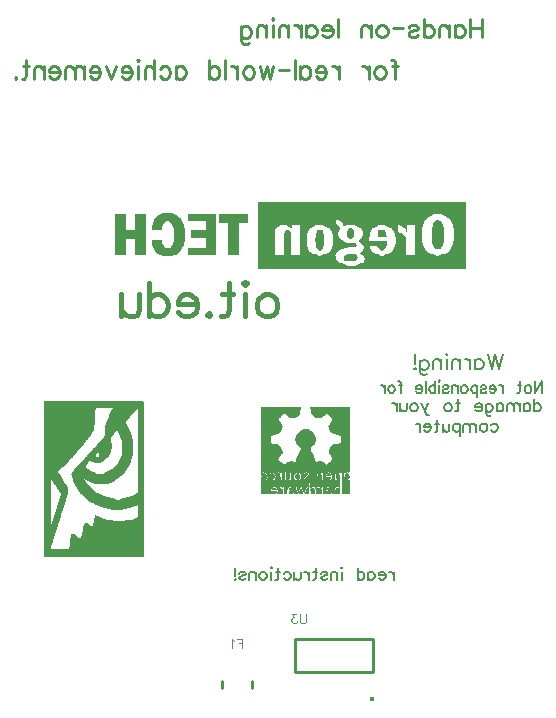
<source format=gbr>
G04 DipTrace 3.3.1.3*
G04 BottomSilk.gbr*
%MOIN*%
G04 #@! TF.FileFunction,Legend,Bot*
G04 #@! TF.Part,Single*
%ADD10C,0.009843*%
%ADD12C,0.003*%
%ADD32C,0.015403*%
%ADD80C,0.004632*%
%ADD81C,0.006176*%
%ADD82C,0.016983*%
%ADD83C,0.00772*%
%ADD84C,0.009264*%
%FSLAX26Y26*%
G04*
G70*
G90*
G75*
G01*
G04 BotSilk*
%LPD*%
X1306292Y891226D2*
D10*
Y914793D1*
X1207859Y891226D2*
Y914793D1*
D32*
X1707861Y855211D3*
X1708901Y944444D2*
D10*
X1449071D1*
X1708901Y1054699D2*
X1449071D1*
Y944444D2*
Y1054699D1*
X1708901Y944444D2*
Y1054699D1*
X1335427Y1828451D2*
D12*
X1467427D1*
X1500427D2*
X1629427D1*
X1335427Y1825451D2*
X1466401D1*
X1500891D2*
X1629427D1*
X1335427Y1822451D2*
X1465509D1*
X1501634D2*
X1629427D1*
X1335427Y1819451D2*
X1464940D1*
X1502411D2*
X1629427D1*
X1335427Y1816451D2*
X1464634D1*
X1502948D2*
X1629427D1*
X1335427Y1813451D2*
X1464396D1*
X1503333D2*
X1629427D1*
X1335427Y1810451D2*
X1463948D1*
X1503854D2*
X1629427D1*
X1335427Y1807451D2*
X1463068D1*
X1504766D2*
X1629427D1*
X1335427Y1804451D2*
X1407427D1*
X1419902D2*
X1461558D1*
X1506289D2*
X1548902D1*
X1560427D2*
X1629427D1*
X1335427Y1801451D2*
X1404427D1*
X1423761D2*
X1459440D1*
X1508413D2*
X1543761D1*
X1563427D2*
X1629427D1*
X1335427Y1798451D2*
X1401439D1*
X1428009D2*
X1454294D1*
X1513560D2*
X1539009D1*
X1566415D2*
X1629427D1*
X1335427Y1795451D2*
X1398556D1*
X1432605D2*
X1447720D1*
X1520134D2*
X1534605D1*
X1569286D2*
X1629427D1*
X1335427Y1792451D2*
X1396067D1*
X1437427D2*
X1440427D1*
X1527427D2*
X1530427D1*
X1571681D2*
X1629427D1*
X1335427Y1789451D2*
X1394038D1*
X1573499D2*
X1629427D1*
X1335427Y1786451D2*
X1393466D1*
X1573354D2*
X1629427D1*
X1335427Y1783451D2*
X1394500D1*
X1572506D2*
X1629427D1*
X1335427Y1780451D2*
X1396250D1*
X1571061D2*
X1629427D1*
X1335427Y1777451D2*
X1398314D1*
X1569257D2*
X1629427D1*
X1335427Y1774451D2*
X1400345D1*
X1567380D2*
X1629427D1*
X1335427Y1771451D2*
X1402353D1*
X1565436D2*
X1629427D1*
X1335427Y1768451D2*
X1404190D1*
X1563538D2*
X1629427D1*
X1335427Y1765451D2*
X1405653D1*
X1561880D2*
X1629427D1*
X1335427Y1762451D2*
X1405436D1*
X1561363D2*
X1629427D1*
X1335427Y1759451D2*
X1404651D1*
X1561993D2*
X1629427D1*
X1335427Y1756451D2*
X1403571D1*
X1563026D2*
X1629427D1*
X1335427Y1753451D2*
X1402491D1*
X1479427D2*
X1488427D1*
X1564312D2*
X1629427D1*
X1335427Y1750451D2*
X1401427D1*
X1472632D2*
X1495222D1*
X1565775D2*
X1629427D1*
X1335427Y1747451D2*
X1400205D1*
X1467016D2*
X1500827D1*
X1567733D2*
X1629427D1*
X1335427Y1744451D2*
X1397324D1*
X1462587D2*
X1505162D1*
X1570420D2*
X1629427D1*
X1335427Y1741451D2*
X1389448D1*
X1459023D2*
X1508448D1*
X1578356D2*
X1629427D1*
X1335427Y1738451D2*
X1378315D1*
X1456234D2*
X1510902D1*
X1589520D2*
X1629427D1*
X1335427Y1735451D2*
X1365427D1*
X1454026D2*
X1512747D1*
X1602427D2*
X1629427D1*
X1335427Y1732451D2*
X1365427D1*
X1453194D2*
X1514048D1*
X1602427D2*
X1629427D1*
X1335427Y1729451D2*
X1365427D1*
X1452633D2*
X1514797D1*
X1602427D2*
X1629427D1*
X1335427Y1726451D2*
X1365427D1*
X1451967D2*
X1515165D1*
X1602427D2*
X1629427D1*
X1335427Y1723451D2*
X1365427D1*
X1450857D2*
X1515325D1*
X1602427D2*
X1629427D1*
X1335427Y1720451D2*
X1365427D1*
X1449427D2*
X1515389D1*
X1602427D2*
X1629427D1*
X1335427Y1717451D2*
X1365427D1*
X1450824D2*
X1515402D1*
X1602427D2*
X1629427D1*
X1335427Y1714451D2*
X1365427D1*
X1451802D2*
X1515294D1*
X1602427D2*
X1629427D1*
X1335427Y1711451D2*
X1365427D1*
X1452726D2*
X1514797D1*
X1602427D2*
X1629427D1*
X1335427Y1708451D2*
X1365427D1*
X1454044D2*
X1513580D1*
X1602427D2*
X1629427D1*
X1335427Y1705451D2*
X1377954D1*
X1455832D2*
X1511593D1*
X1589900D2*
X1629427D1*
X1335427Y1702451D2*
X1387576D1*
X1458036D2*
X1509083D1*
X1580278D2*
X1629427D1*
X1335427Y1699451D2*
X1394715D1*
X1460785D2*
X1506306D1*
X1573139D2*
X1629427D1*
X1335427Y1696451D2*
X1397690D1*
X1463956D2*
X1503519D1*
X1570062D2*
X1629427D1*
X1335427Y1693451D2*
X1399717D1*
X1467200D2*
X1501156D1*
X1567743D2*
X1629427D1*
X1335427Y1690451D2*
X1401137D1*
X1470427D2*
X1499352D1*
X1565893D2*
X1629427D1*
X1335427Y1687451D2*
X1402447D1*
X1468579D2*
X1499487D1*
X1564276D2*
X1629427D1*
X1335427Y1684451D2*
X1403889D1*
X1466961D2*
X1500242D1*
X1562951D2*
X1629427D1*
X1335427Y1681451D2*
X1405564D1*
X1465643D2*
X1501398D1*
X1561948D2*
X1629427D1*
X1335427Y1678451D2*
X1407427D1*
X1464530D2*
X1502761D1*
X1562654D2*
X1629427D1*
X1335427Y1675451D2*
X1404891D1*
X1463349D2*
X1504205D1*
X1563987D2*
X1629427D1*
X1335427Y1672451D2*
X1402646D1*
X1462029D2*
X1505677D1*
X1565633D2*
X1629427D1*
X1335427Y1669451D2*
X1400528D1*
X1460618D2*
X1507074D1*
X1567490D2*
X1629427D1*
X1335427Y1666451D2*
X1398436D1*
X1459153D2*
X1508285D1*
X1569466D2*
X1629427D1*
X1335427Y1663451D2*
X1396434D1*
X1457670D2*
X1509352D1*
X1571301D2*
X1629427D1*
X1335427Y1660451D2*
X1394338D1*
X1456185D2*
X1510515D1*
X1572774D2*
X1629427D1*
X1335427Y1657451D2*
X1391961D1*
X1454794D2*
X1511819D1*
X1573869D2*
X1629427D1*
X1335427Y1654451D2*
X1389427D1*
X1453678D2*
X1513149D1*
X1573391D2*
X1629427D1*
X1335427Y1651451D2*
X1393453D1*
X1452953D2*
X1514360D1*
X1571443D2*
X1629427D1*
X1335427Y1648451D2*
X1397346D1*
X1434427D2*
X1440427D1*
X1452427D2*
X1515427D1*
X1527427D2*
X1533427D1*
X1569010D2*
X1629427D1*
X1335427Y1645451D2*
X1400917D1*
X1429480D2*
X1538278D1*
X1566264D2*
X1629427D1*
X1335427Y1642451D2*
X1404226D1*
X1424500D2*
X1542912D1*
X1563367D2*
X1629427D1*
X1335427Y1639451D2*
X1407427D1*
X1419427D2*
X1547270D1*
X1560407D2*
X1629427D1*
X1335427Y1636451D2*
X1551427D1*
X1557427D2*
X1629427D1*
X1335427Y1633451D2*
X1629427D1*
X1335427Y1630451D2*
X1629427D1*
X1335427Y1627451D2*
X1629427D1*
X1335427Y1624451D2*
X1629427D1*
X1335427Y1621451D2*
X1629427D1*
X1335427Y1618451D2*
X1629404D1*
X1335439Y1615451D2*
X1629175D1*
X1335544Y1612451D2*
X1628630D1*
X1335927Y1609451D2*
X1341427D1*
X1347427D2*
X1368427D1*
X1374427D2*
X1389427D1*
X1395427D2*
X1401427D1*
X1407427D2*
X1413427D1*
X1419427D2*
X1453492D1*
X1458439D2*
X1482427D1*
X1488427D2*
X1525606D1*
X1530553D2*
X1557427D1*
X1563427D2*
X1620415D1*
X1626427D2*
X1626292D1*
X1336646Y1606451D2*
X1335427D1*
X1341427D2*
X1347427D1*
X1353427D2*
X1362427D1*
X1368427D2*
X1374427D1*
X1380301D2*
X1395427D1*
X1407427D2*
X1413427D1*
X1419427D2*
X1431427D1*
X1437427D2*
X1449598D1*
X1455556D2*
X1458427D1*
X1467891D2*
X1476427D1*
X1482427D2*
X1491240D1*
X1497266D2*
X1521550D1*
X1528055D2*
X1532837D1*
X1542427D2*
X1552017D1*
X1557427D2*
X1563427D1*
X1568952D2*
X1582017D1*
X1588017D2*
X1592837D1*
X1605427D2*
X1610963D1*
X1620427D2*
X1623298D1*
X1340031Y1603451D2*
X1350427D1*
X1356427D2*
X1376826D1*
X1382788D2*
X1396812D1*
X1407427D2*
X1413427D1*
X1419427D2*
X1431427D1*
X1437427D2*
X1446870D1*
X1453055D2*
X1460837D1*
X1468634D2*
X1489927D1*
X1496876D2*
X1519951D1*
X1526273D2*
X1534592D1*
X1542427D2*
X1550262D1*
X1555833D2*
X1565021D1*
X1571079D2*
X1580262D1*
X1586262D2*
X1594592D1*
X1605427D2*
X1610219D1*
X1618016D2*
X1625799D1*
X1339104Y1600451D2*
X1378819D1*
X1384816D2*
X1397673D1*
X1407427D2*
X1413427D1*
X1419427D2*
X1431427D1*
X1437427D2*
X1444825D1*
X1451285D2*
X1462580D1*
X1469399D2*
X1486095D1*
X1494773D2*
X1519079D1*
X1525261D2*
X1535597D1*
X1542427D2*
X1549254D1*
X1554427D2*
X1566427D1*
X1572697D2*
X1579257D1*
X1585269D2*
X1595597D1*
X1605427D2*
X1609435D1*
X1616251D2*
X1627569D1*
X1359427Y1597451D2*
X1379436D1*
X1385435D2*
X1398109D1*
X1407427D2*
X1413427D1*
X1419427D2*
X1431380D1*
X1437415D2*
X1444220D1*
X1450102D2*
X1463752D1*
X1469808D2*
X1481812D1*
X1490233D2*
X1518683D1*
X1524771D2*
X1536084D1*
X1542427D2*
X1548744D1*
X1573897D2*
X1578782D1*
X1584923D2*
X1596084D1*
X1605427D2*
X1608864D1*
X1615177D2*
X1628752D1*
X1335427Y1594451D2*
X1353427D1*
X1359427D2*
X1378807D1*
X1384827D2*
X1398303D1*
X1407427D2*
X1413427D1*
X1419427D2*
X1431240D1*
X1437301D2*
X1444218D1*
X1450209D2*
X1463566D1*
X1469866D2*
X1478315D1*
X1485730D2*
X1518522D1*
X1524560D2*
X1536295D1*
X1542427D2*
X1566427D1*
X1573545D2*
X1578685D1*
X1585011D2*
X1596295D1*
X1605427D2*
X1608427D1*
X1614427D2*
X1628645D1*
X1335427Y1591451D2*
X1376289D1*
X1383732D2*
X1398381D1*
X1407427D2*
X1413427D1*
X1419427D2*
X1429833D1*
X1436837D2*
X1444786D1*
X1452264D2*
X1462706D1*
X1468577D2*
X1475760D1*
X1482237D2*
X1518460D1*
X1524476D2*
X1536379D1*
X1542427D2*
X1565876D1*
X1572604D2*
X1579065D1*
X1586812D2*
X1596379D1*
X1605427D2*
X1626590D1*
X1335427Y1588451D2*
X1350427D1*
X1356427D2*
X1369976D1*
X1382208D2*
X1398412D1*
X1407427D2*
X1413427D1*
X1419427D2*
X1425158D1*
X1435812D2*
X1445605D1*
X1457847D2*
X1461427D1*
X1466661D2*
X1475580D1*
X1479427D2*
X1518438D1*
X1524443D2*
X1536411D1*
X1542427D2*
X1564823D1*
X1571159D2*
X1580058D1*
X1591258D2*
X1596410D1*
X1605427D2*
X1613156D1*
X1617427D2*
X1621007D1*
X1335427Y1585451D2*
D3*
X1341427D2*
X1347427D1*
X1353427D2*
X1362427D1*
X1380427D2*
X1398427D1*
X1407427D2*
X1413427D1*
X1419427D2*
D3*
X1434427D2*
X1446427D1*
X1464427D2*
X1476427D1*
X1485427D2*
X1488427D1*
X1497427D2*
X1518427D1*
X1524427D2*
X1536427D1*
X1542427D2*
X1551427D1*
X1557427D2*
X1563427D1*
X1569427D2*
X1581427D1*
X1596427D2*
X1596421D1*
X1605427D2*
X1618629D1*
X1335427Y1582451D2*
X1596425D1*
X1605427D2*
X1623517D1*
X1335427Y1579451D2*
X1596426D1*
X1605427D2*
X1627209D1*
X1335427Y1576451D2*
X1596427D1*
X1605427D2*
X1628381D1*
X1335427Y1573451D2*
X1494427D1*
X1500427D2*
X1596427D1*
X1605427D2*
X1628994D1*
X1335427Y1570451D2*
X1494427D1*
X1500439D2*
X1596427D1*
X1605427D2*
X1629261D1*
X1335427Y1567451D2*
X1494427D1*
X1500553D2*
X1596427D1*
X1605427D2*
X1629367D1*
X1335427Y1564451D2*
X1494427D1*
X1501017D2*
X1596427D1*
X1605427D2*
X1629406D1*
X1335427Y1561451D2*
X1371902D1*
X1386301D2*
X1394122D1*
X1407427D2*
D3*
X1413427D2*
X1425902D1*
X1443427D2*
X1449541D1*
X1455541D2*
X1467427D1*
X1473427D2*
X1486005D1*
X1492005D2*
X1494427D1*
X1502042D2*
X1501772D1*
X1515301D2*
X1521427D1*
X1533427D2*
X1536427D1*
X1542427D2*
X1552017D1*
X1569427D2*
X1582017D1*
X1596427D2*
D3*
X1605427D2*
X1629420D1*
X1335427Y1558451D2*
X1369763D1*
X1374427D2*
X1383427D1*
X1388799D2*
X1400129D1*
X1413427D2*
X1423763D1*
X1428427D2*
X1449926D1*
X1455926D2*
X1464427D1*
X1473427D2*
X1484145D1*
X1490145D2*
X1494427D1*
X1503427D2*
X1507421D1*
X1517799D2*
X1533427D1*
X1542427D2*
X1550262D1*
X1554427D2*
X1580262D1*
X1587427D2*
X1596427D1*
X1605427D2*
X1629425D1*
X1335427Y1555451D2*
X1368039D1*
X1374427D2*
X1385021D1*
X1390581D2*
X1404607D1*
X1413427D2*
X1422040D1*
X1428427D2*
X1450645D1*
X1456645D2*
X1482758D1*
X1488758D2*
X1494427D1*
X1502054D2*
X1511698D1*
X1519581D2*
X1534812D1*
X1542427D2*
X1549257D1*
X1554427D2*
X1579257D1*
X1586042D2*
X1596427D1*
X1605427D2*
X1629426D1*
X1335427Y1552451D2*
X1366774D1*
X1374427D2*
X1386427D1*
X1391582D2*
X1406079D1*
X1413427D2*
X1420783D1*
X1428427D2*
X1451422D1*
X1457422D2*
X1470427D1*
X1476427D2*
X1481552D1*
X1487540D2*
X1494427D1*
X1501298D2*
X1513751D1*
X1520582D2*
X1535673D1*
X1542427D2*
X1548770D1*
X1554427D2*
X1578770D1*
X1585181D2*
X1596427D1*
X1605427D2*
X1629427D1*
X1335427Y1549451D2*
X1365987D1*
X1391957D2*
X1406861D1*
X1413427D2*
X1420049D1*
X1436378D2*
X1451991D1*
X1457991D2*
X1461427D1*
X1467427D2*
X1470427D1*
X1476427D2*
X1480564D1*
X1486446D2*
X1494427D1*
X1501246D2*
X1514427D1*
X1520957D2*
X1536109D1*
X1542427D2*
X1548559D1*
X1563010D2*
X1578559D1*
X1584745D2*
X1596427D1*
X1605427D2*
X1629427D1*
X1335427Y1546451D2*
X1386427D1*
X1391705D2*
X1407209D1*
X1413427D2*
X1419686D1*
X1428427D2*
X1440427D1*
X1442513D2*
X1452427D1*
X1458427D2*
X1479909D1*
X1485373D2*
X1494427D1*
X1501796D2*
X1513923D1*
X1520705D2*
X1536303D1*
X1542427D2*
X1548475D1*
X1554427D2*
X1566427D1*
X1569720D2*
X1578475D1*
X1584551D2*
X1596427D1*
X1605427D2*
X1629427D1*
X1335427Y1543451D2*
X1385021D1*
X1390766D2*
X1407351D1*
X1413427D2*
X1419522D1*
X1428427D2*
X1440427D1*
X1444737D2*
X1458427D1*
X1464427D2*
X1473427D1*
X1479427D2*
D3*
X1484021D2*
X1494427D1*
X1502609D2*
X1513186D1*
X1519766D2*
X1536384D1*
X1542427D2*
X1548443D1*
X1554427D2*
X1569427D1*
X1575427D2*
X1578443D1*
X1584470D2*
X1596427D1*
X1605427D2*
X1629427D1*
X1335427Y1540451D2*
X1368427D1*
X1374427D2*
X1383427D1*
X1389427D2*
X1407427D1*
X1413427D2*
X1419427D1*
X1428427D2*
X1440427D1*
X1446427D2*
X1455427D1*
X1464427D2*
X1473427D1*
X1482427D2*
X1494427D1*
X1503427D2*
X1512427D1*
X1518427D2*
X1536427D1*
X1542427D2*
X1548427D1*
X1554427D2*
X1566427D1*
X1572427D2*
X1578427D1*
X1584427D2*
X1596427D1*
X1605427D2*
X1629427D1*
X1325945Y2509501D2*
X2015945D1*
X1325945Y2506501D2*
X2015945D1*
X1325945Y2503501D2*
X2015945D1*
X1325945Y2500501D2*
X2015945D1*
X1325945Y2497501D2*
X2015945D1*
X1325945Y2494501D2*
X2015945D1*
X1325945Y2491501D2*
X2015945D1*
X1325945Y2488501D2*
X2015945D1*
X1325945Y2485501D2*
X2015945D1*
X1325945Y2482501D2*
X2015945D1*
X1325945Y2479501D2*
X2015945D1*
X1325945Y2476501D2*
X2015945D1*
X1007945Y2473501D2*
X1037945D1*
X1325945D2*
X2015945D1*
X848945Y2470501D2*
X881945D1*
X917945D2*
X950945D1*
X1001509D2*
X1044855D1*
X1091945D2*
X1181945D1*
X1196945D2*
X1289945D1*
X1325945D2*
X1905071D1*
X1943831D2*
X2015945D1*
X848945Y2467501D2*
X881945D1*
X917945D2*
X950945D1*
X995862D2*
X1050844D1*
X1091945D2*
X1181945D1*
X1196945D2*
X1289945D1*
X1325945D2*
X1899573D1*
X1949423D2*
X2015945D1*
X848945Y2464501D2*
X881945D1*
X917945D2*
X950945D1*
X991300D2*
X1055898D1*
X1091945D2*
X1181945D1*
X1196945D2*
X1289945D1*
X1325945D2*
X1894792D1*
X1954481D2*
X2015945D1*
X848945Y2461501D2*
X881945D1*
X917945D2*
X950945D1*
X987636D2*
X1059966D1*
X1091945D2*
X1181945D1*
X1196945D2*
X1289945D1*
X1325945D2*
X1890791D1*
X1958830D2*
X2015945D1*
X848945Y2458501D2*
X881945D1*
X917945D2*
X950945D1*
X984781D2*
X1063048D1*
X1091945D2*
X1181945D1*
X1196945D2*
X1289945D1*
X1325945D2*
X1887407D1*
X1962359D2*
X2015945D1*
X848945Y2455501D2*
X881945D1*
X917945D2*
X950945D1*
X982755D2*
X1065565D1*
X1091945D2*
X1181945D1*
X1196945D2*
X1289945D1*
X1325945D2*
X1884578D1*
X1965219D2*
X2015945D1*
X848945Y2452501D2*
X881945D1*
X917945D2*
X950945D1*
X981296D2*
X1067817D1*
X1091945D2*
X1181945D1*
X1196945D2*
X1289945D1*
X1325945D2*
X1588125D1*
X1594291D2*
X1882224D1*
X1967664D2*
X2015945D1*
X848945Y2449501D2*
X881945D1*
X917945D2*
X950945D1*
X979964D2*
X1069771D1*
X1091945D2*
X1181945D1*
X1196945D2*
X1289945D1*
X1325945D2*
X1584068D1*
X1599951D2*
X1880079D1*
X1922945D2*
X1925945D1*
X1969709D2*
X2015945D1*
X848945Y2446501D2*
X881945D1*
X917945D2*
X950945D1*
X978595D2*
X1015010D1*
X1030880D2*
X1071412D1*
X1151945D2*
X1181945D1*
X1196945D2*
X1289945D1*
X1325945D2*
X1582201D1*
X1603789D2*
X1878078D1*
X1917651D2*
X1931240D1*
X1971388D2*
X2015945D1*
X848945Y2443501D2*
X881945D1*
X917945D2*
X950945D1*
X977255D2*
X1011117D1*
X1034786D2*
X1072733D1*
X1151945D2*
X1181945D1*
X1226945D2*
X1259945D1*
X1325945D2*
X1581791D1*
X1606405D2*
X1876465D1*
X1913789D2*
X1935102D1*
X1972724D2*
X2015945D1*
X848945Y2440501D2*
X881945D1*
X917945D2*
X950945D1*
X976070D2*
X1008377D1*
X1037620D2*
X1073832D1*
X1151945D2*
X1181945D1*
X1226945D2*
X1259945D1*
X1325945D2*
X1581773D1*
X1608307D2*
X1875196D1*
X1911193D2*
X1937698D1*
X1973829D2*
X2015945D1*
X848945Y2437501D2*
X881945D1*
X917945D2*
X950945D1*
X975025D2*
X1006527D1*
X1039746D2*
X1074907D1*
X1151945D2*
X1181945D1*
X1226945D2*
X1259945D1*
X1325945D2*
X1586023D1*
X1609753D2*
X1874028D1*
X1909550D2*
X1939353D1*
X1974906D2*
X2015945D1*
X848945Y2434501D2*
X881945D1*
X917945D2*
X950945D1*
X973972D2*
X1005200D1*
X1041409D2*
X1075844D1*
X1151945D2*
X1181945D1*
X1226945D2*
X1259945D1*
X1325945D2*
X1395547D1*
X1424357D2*
X1436945D1*
X1466945D2*
X1512071D1*
X1546869D2*
X1590478D1*
X1610945D2*
X1616945D1*
X1651869D2*
X1722071D1*
X1753766D2*
X1790945D1*
X1801652D2*
X1820945D1*
X1850945D2*
X1872962D1*
X1908659D2*
X1940349D1*
X1975844D2*
X2015945D1*
X848945Y2431501D2*
X881945D1*
X917945D2*
X950945D1*
X973054D2*
X1004036D1*
X1042636D2*
X1076536D1*
X1151945D2*
X1181945D1*
X1226945D2*
X1259945D1*
X1325945D2*
X1390898D1*
X1429122D2*
X1436945D1*
X1466945D2*
X1506585D1*
X1553657D2*
X1594040D1*
X1658657D2*
X1716573D1*
X1760275D2*
X1790945D1*
X1807776D2*
X1820945D1*
X1850945D2*
X1871980D1*
X1908226D2*
X1941153D1*
X1976536D2*
X2015945D1*
X848945Y2428501D2*
X881945D1*
X917945D2*
X950945D1*
X972471D2*
X1003076D1*
X1043455D2*
X1077220D1*
X1151945D2*
X1181945D1*
X1226945D2*
X1259945D1*
X1325945D2*
X1387287D1*
X1433195D2*
X1436945D1*
X1466945D2*
X1501909D1*
X1558991D2*
X1596642D1*
X1663991D2*
X1711803D1*
X1765273D2*
X1790945D1*
X1812055D2*
X1820945D1*
X1850945D2*
X1870955D1*
X1907940D2*
X1942051D1*
X1977220D2*
X2015945D1*
X848945Y2425501D2*
X881945D1*
X917945D2*
X950945D1*
X972169D2*
X1002476D1*
X1044190D2*
X1078075D1*
X1151945D2*
X1181945D1*
X1226945D2*
X1259945D1*
X1325945D2*
X1384635D1*
X1436945D2*
D3*
X1466945D2*
X1498290D1*
X1562911D2*
X1596981D1*
X1667911D2*
X1707896D1*
X1769142D2*
X1790945D1*
X1815143D2*
X1820945D1*
X1850945D2*
X1870048D1*
X1907487D2*
X1942892D1*
X1978075D2*
X2015945D1*
X848945Y2422501D2*
X881945D1*
X917945D2*
X950945D1*
X972028D2*
X1002153D1*
X1045064D2*
X1078900D1*
X1151945D2*
X1181945D1*
X1226945D2*
X1259945D1*
X1325945D2*
X1382693D1*
X1466945D2*
X1495625D1*
X1565704D2*
X1596128D1*
X1628945D2*
X1637945D1*
X1670693D2*
X1704801D1*
X1772181D2*
X1790945D1*
X1817542D2*
X1820945D1*
X1850945D2*
X1869468D1*
X1906742D2*
X1943441D1*
X1978900D2*
X2015945D1*
X848945Y2419501D2*
X881945D1*
X917945D2*
X950945D1*
X971945D2*
X1001945D1*
X1045896D2*
X1079444D1*
X1151945D2*
X1181945D1*
X1226945D2*
X1259945D1*
X1325945D2*
X1381351D1*
X1466945D2*
X1493577D1*
X1567897D2*
X1594965D1*
X1627097D2*
X1640356D1*
X1672780D2*
X1702425D1*
X1774619D2*
X1790945D1*
X1819224D2*
X1820945D1*
X1850945D2*
X1869169D1*
X1905963D2*
X1943729D1*
X1979444D2*
X2015945D1*
X848945Y2416501D2*
X950945D1*
X1046443D2*
X1079730D1*
X1103945D2*
X1181945D1*
X1226945D2*
X1259945D1*
X1325945D2*
X1380585D1*
X1421945D2*
X1424945D1*
X1466945D2*
X1491851D1*
X1523945D2*
X1538945D1*
X1569923D2*
X1593618D1*
X1625492D2*
X1642110D1*
X1674423D2*
X1700598D1*
X1727945D2*
X1745945D1*
X1776795D2*
X1790945D1*
X1820238D2*
X1820945D1*
X1850945D2*
X1869034D1*
X1905437D2*
X1943860D1*
X1979730D2*
X2015945D1*
X848945Y2413501D2*
X950945D1*
X1046730D2*
X1079860D1*
X1103945D2*
X1181945D1*
X1226945D2*
X1259945D1*
X1325945D2*
X1380211D1*
X1418150D2*
X1428741D1*
X1466945D2*
X1490355D1*
X1522561D2*
X1539971D1*
X1571848D2*
X1592282D1*
X1624279D2*
X1643115D1*
X1675630D2*
X1699202D1*
X1726920D2*
X1747444D1*
X1778807D2*
X1790945D1*
X1820945D2*
D3*
X1850945D2*
X1868978D1*
X1905157D2*
X1943913D1*
X1979860D2*
X2015945D1*
X848945Y2410501D2*
X950945D1*
X1046860D2*
X1079913D1*
X1103945D2*
X1181945D1*
X1226945D2*
X1259945D1*
X1325945D2*
X1380048D1*
X1415097D2*
X1431794D1*
X1466945D2*
X1489107D1*
X1521699D2*
X1540864D1*
X1573339D2*
X1591195D1*
X1623560D2*
X1643602D1*
X1676340D2*
X1698074D1*
X1726027D2*
X1748691D1*
X1780424D2*
X1790945D1*
X1850945D2*
X1868957D1*
X1905030D2*
X1943934D1*
X1979913D2*
X2015945D1*
X848945Y2407501D2*
X950945D1*
X1046913D2*
X1079934D1*
X1103945D2*
X1181945D1*
X1226945D2*
X1259945D1*
X1325945D2*
X1379983D1*
X1413984D2*
X1432907D1*
X1466945D2*
X1488039D1*
X1521251D2*
X1541433D1*
X1574319D2*
X1590540D1*
X1623203D2*
X1643813D1*
X1676680D2*
X1696989D1*
X1725458D2*
X1749846D1*
X1781694D2*
X1799473D1*
X1850945D2*
X1868949D1*
X1904977D2*
X1943941D1*
X1979934D2*
X2015945D1*
X848945Y2404501D2*
X950945D1*
X1046934D2*
X1079941D1*
X1103945D2*
X1181945D1*
X1226945D2*
X1259945D1*
X1325945D2*
X1379959D1*
X1413385D2*
X1433505D1*
X1466945D2*
X1486977D1*
X1520952D2*
X1541726D1*
X1575135D2*
X1590309D1*
X1623058D2*
X1643885D1*
X1676729D2*
X1696060D1*
X1725164D2*
X1750809D1*
X1782850D2*
X1805802D1*
X1850945D2*
X1868947D1*
X1904957D2*
X1943944D1*
X1979941D2*
X2015945D1*
X848945Y2401501D2*
X950945D1*
X1046941D2*
X1079944D1*
X1103945D2*
X1181945D1*
X1226945D2*
X1259945D1*
X1325945D2*
X1379950D1*
X1413117D2*
X1433774D1*
X1466945D2*
X1486056D1*
X1520492D2*
X1541859D1*
X1576043D2*
X1590553D1*
X1623111D2*
X1643799D1*
X1676398D2*
X1695472D1*
X1725032D2*
X1751412D1*
X1783811D2*
X1810656D1*
X1850945D2*
X1868946D1*
X1904949D2*
X1943945D1*
X1979944D2*
X2015945D1*
X848945Y2398501D2*
X950945D1*
X1046944D2*
X1079945D1*
X1103945D2*
X1181945D1*
X1226945D2*
X1259945D1*
X1325945D2*
X1379947D1*
X1413008D2*
X1433882D1*
X1466945D2*
X1485471D1*
X1519744D2*
X1541925D1*
X1576888D2*
X1591316D1*
X1623586D2*
X1643312D1*
X1675586D2*
X1695158D1*
X1724976D2*
X1751737D1*
X1784411D2*
X1812869D1*
X1850945D2*
X1868946D1*
X1904947D2*
X1943945D1*
X1979945D2*
X2015945D1*
X848945Y2395501D2*
X950945D1*
X1046945D2*
X1079945D1*
X1103945D2*
X1181945D1*
X1226945D2*
X1259945D1*
X1325945D2*
X1379946D1*
X1412968D2*
X1433923D1*
X1466945D2*
X1485170D1*
X1518964D2*
X1542051D1*
X1577440D2*
X1592468D1*
X1624785D2*
X1642108D1*
X1674314D2*
X1694917D1*
X1724945D2*
X1751945D1*
X1784718D2*
X1814465D1*
X1850945D2*
X1868945D1*
X1904958D2*
X1943945D1*
X1979945D2*
X2015945D1*
X848945Y2392501D2*
X950945D1*
X1046934D2*
X1079945D1*
X1103945D2*
X1181945D1*
X1226945D2*
X1259945D1*
X1325945D2*
X1379946D1*
X1412953D2*
X1433938D1*
X1466945D2*
X1485034D1*
X1518437D2*
X1542429D1*
X1577729D2*
X1593936D1*
X1626700D2*
X1640191D1*
X1672482D2*
X1694479D1*
X1784856D2*
X1815764D1*
X1850945D2*
X1868945D1*
X1905063D2*
X1943945D1*
X1979934D2*
X2015945D1*
X848945Y2389501D2*
X950945D1*
X1046828D2*
X1079934D1*
X1151945D2*
X1181945D1*
X1226945D2*
X1259945D1*
X1325945D2*
X1379945D1*
X1412948D2*
X1433943D1*
X1466945D2*
X1484978D1*
X1518157D2*
X1543045D1*
X1577860D2*
X1595979D1*
X1628945D2*
X1637945D1*
X1669947D2*
X1693739D1*
X1784912D2*
X1816780D1*
X1850945D2*
X1868957D1*
X1905445D2*
X1943934D1*
X1979828D2*
X2015945D1*
X848945Y2386501D2*
X881945D1*
X917945D2*
X950945D1*
X1046446D2*
X1079828D1*
X1151945D2*
X1181945D1*
X1226945D2*
X1259945D1*
X1325945D2*
X1379945D1*
X1412946D2*
X1433945D1*
X1466945D2*
X1484957D1*
X1518030D2*
X1543433D1*
X1577913D2*
X1599065D1*
X1667030D2*
X1692954D1*
X1784934D2*
X1817401D1*
X1850945D2*
X1869063D1*
X1906163D2*
X1943828D1*
X1979446D2*
X2015945D1*
X848945Y2383501D2*
X881945D1*
X917945D2*
X950945D1*
X971945D2*
X1001945D1*
X1045727D2*
X1079446D1*
X1151945D2*
X1181945D1*
X1226945D2*
X1259945D1*
X1325945D2*
X1379945D1*
X1412946D2*
X1433945D1*
X1466945D2*
X1484949D1*
X1517989D2*
X1543238D1*
X1577934D2*
X1603370D1*
X1664328D2*
X1692383D1*
X1784941D2*
X1817715D1*
X1850945D2*
X1869445D1*
X1906933D2*
X1943446D1*
X1978727D2*
X2015945D1*
X848945Y2380501D2*
X881945D1*
X917945D2*
X950945D1*
X971945D2*
X1002421D1*
X1044946D2*
X1078716D1*
X1151945D2*
X1181945D1*
X1226945D2*
X1259945D1*
X1325945D2*
X1379945D1*
X1412945D2*
X1433945D1*
X1466945D2*
X1484947D1*
X1518074D2*
X1542747D1*
X1577930D2*
X1608537D1*
X1661945D2*
X1751945D1*
X1784944D2*
X1817855D1*
X1850945D2*
X1870163D1*
X1907456D2*
X1942727D1*
X1977946D2*
X2015945D1*
X848945Y2377501D2*
X881945D1*
X917945D2*
X950945D1*
X971957D2*
X1003270D1*
X1044318D2*
X1077841D1*
X1151945D2*
X1181945D1*
X1226945D2*
X1259945D1*
X1325945D2*
X1379945D1*
X1412945D2*
X1433945D1*
X1466945D2*
X1484958D1*
X1518449D2*
X1542351D1*
X1577827D2*
X1614160D1*
X1666319D2*
X1751945D1*
X1784945D2*
X1817912D1*
X1850945D2*
X1870944D1*
X1907746D2*
X1941946D1*
X1977318D2*
X2015945D1*
X848945Y2374501D2*
X881945D1*
X917945D2*
X950945D1*
X972063D2*
X1004441D1*
X1043646D2*
X1076935D1*
X1151945D2*
X1181945D1*
X1226945D2*
X1259945D1*
X1325945D2*
X1379945D1*
X1412945D2*
X1433945D1*
X1466945D2*
X1485063D1*
X1519165D2*
X1542125D1*
X1577445D2*
X1649945D1*
X1670075D2*
X1751945D1*
X1784934D2*
X1817933D1*
X1850945D2*
X1871573D1*
X1907978D2*
X1941318D1*
X1976657D2*
X2015945D1*
X848945Y2371501D2*
X881945D1*
X917945D2*
X950945D1*
X972457D2*
X1005802D1*
X1042683D2*
X1075927D1*
X1151945D2*
X1181945D1*
X1226945D2*
X1259945D1*
X1325945D2*
X1379945D1*
X1412945D2*
X1433945D1*
X1466945D2*
X1485445D1*
X1519933D2*
X1542018D1*
X1576727D2*
X1651207D1*
X1673117D2*
X1751934D1*
X1784828D2*
X1817941D1*
X1850945D2*
X1872245D1*
X1908425D2*
X1940646D1*
X1975800D2*
X2015945D1*
X848945Y2368501D2*
X881945D1*
X917945D2*
X950945D1*
X973281D2*
X1007349D1*
X1041362D2*
X1074925D1*
X1151945D2*
X1181945D1*
X1226945D2*
X1259945D1*
X1325945D2*
X1379945D1*
X1412945D2*
X1433945D1*
X1466945D2*
X1486175D1*
X1520456D2*
X1541961D1*
X1575946D2*
X1651958D1*
X1675474D2*
X1751828D1*
X1784434D2*
X1817944D1*
X1850945D2*
X1873196D1*
X1909281D2*
X1939683D1*
X1974873D2*
X2015945D1*
X848945Y2365501D2*
X881945D1*
X917945D2*
X950945D1*
X974444D2*
X1009209D1*
X1039609D2*
X1073955D1*
X1151945D2*
X1181945D1*
X1226945D2*
X1259945D1*
X1325945D2*
X1379945D1*
X1412945D2*
X1433945D1*
X1466945D2*
X1487050D1*
X1520746D2*
X1541838D1*
X1575318D2*
X1651126D1*
X1677284D2*
X1695060D1*
X1721470D2*
X1751434D1*
X1783610D2*
X1817945D1*
X1850945D2*
X1874412D1*
X1910557D2*
X1938362D1*
X1973935D2*
X2015945D1*
X848945Y2362501D2*
X881945D1*
X917945D2*
X950945D1*
X975791D2*
X1011476D1*
X1037389D2*
X1072821D1*
X1151945D2*
X1181945D1*
X1226945D2*
X1259945D1*
X1325945D2*
X1379945D1*
X1412945D2*
X1433945D1*
X1466945D2*
X1487955D1*
X1521002D2*
X1541426D1*
X1574646D2*
X1649945D1*
X1678561D2*
X1695456D1*
X1723644D2*
X1750587D1*
X1782447D2*
X1817945D1*
X1850945D2*
X1875780D1*
X1912292D2*
X1936609D1*
X1972814D2*
X2015945D1*
X848945Y2359501D2*
X881945D1*
X917945D2*
X950945D1*
X977232D2*
X1013945D1*
X1034945D2*
X1071430D1*
X1151945D2*
X1181945D1*
X1226945D2*
X1259945D1*
X1325945D2*
X1379945D1*
X1412945D2*
X1433945D1*
X1466945D2*
X1488964D1*
X1521384D2*
X1540476D1*
X1573683D2*
X1615840D1*
X1679189D2*
X1696280D1*
X1725711D2*
X1749204D1*
X1781100D2*
X1817945D1*
X1850945D2*
X1877229D1*
X1914505D2*
X1934389D1*
X1971427D2*
X2015945D1*
X848945Y2356501D2*
X881945D1*
X917945D2*
X950945D1*
X978719D2*
X1069739D1*
X1091945D2*
X1181945D1*
X1226945D2*
X1259945D1*
X1325945D2*
X1379945D1*
X1412945D2*
X1433945D1*
X1466945D2*
X1489977D1*
X1522900D2*
X1538771D1*
X1572373D2*
X1605078D1*
X1679357D2*
X1697444D1*
X1728367D2*
X1747008D1*
X1779658D2*
X1817945D1*
X1850945D2*
X1878717D1*
X1916945D2*
X1931945D1*
X1969738D2*
X2015945D1*
X848945Y2353501D2*
X881945D1*
X917945D2*
X950945D1*
X980318D2*
X1067834D1*
X1091945D2*
X1181945D1*
X1226945D2*
X1259945D1*
X1325945D2*
X1379945D1*
X1412945D2*
X1433945D1*
X1466945D2*
X1491053D1*
X1526196D2*
X1536151D1*
X1570705D2*
X1597295D1*
X1678061D2*
X1698814D1*
X1732231D2*
X1743770D1*
X1778160D2*
X1817945D1*
X1850945D2*
X1880329D1*
X1967822D2*
X2015945D1*
X848945Y2350501D2*
X881945D1*
X917945D2*
X950945D1*
X982219D2*
X1065896D1*
X1091945D2*
X1181945D1*
X1226945D2*
X1259945D1*
X1325945D2*
X1379945D1*
X1412945D2*
X1433945D1*
X1466945D2*
X1492581D1*
X1529945D2*
X1532945D1*
X1568709D2*
X1591926D1*
X1675967D2*
X1700467D1*
X1736945D2*
X1739945D1*
X1776455D2*
X1817945D1*
X1850945D2*
X1882324D1*
X1965790D2*
X2015945D1*
X848945Y2347501D2*
X881945D1*
X917945D2*
X950945D1*
X984649D2*
X1063704D1*
X1091945D2*
X1181945D1*
X1226945D2*
X1259945D1*
X1325945D2*
X1379945D1*
X1412945D2*
X1433945D1*
X1466945D2*
X1494820D1*
X1566382D2*
X1588198D1*
X1673004D2*
X1702729D1*
X1774173D2*
X1817945D1*
X1850945D2*
X1885055D1*
X1963310D2*
X2015945D1*
X848945Y2344501D2*
X881945D1*
X917945D2*
X950945D1*
X987727D2*
X1060779D1*
X1091945D2*
X1181945D1*
X1226945D2*
X1259945D1*
X1325945D2*
X1379945D1*
X1412945D2*
X1433945D1*
X1466945D2*
X1497909D1*
X1563344D2*
X1585570D1*
X1669203D2*
X1705907D1*
X1770988D2*
X1817945D1*
X1850945D2*
X1888680D1*
X1959920D2*
X2015945D1*
X848945Y2341501D2*
X881945D1*
X917945D2*
X950945D1*
X991639D2*
X1056749D1*
X1091945D2*
X1181945D1*
X1226945D2*
X1259945D1*
X1325945D2*
X1379945D1*
X1412945D2*
X1433945D1*
X1466945D2*
X1502165D1*
X1559050D2*
X1583661D1*
X1664945D2*
X1710061D1*
X1766831D2*
X1817945D1*
X1850945D2*
X1893411D1*
X1955226D2*
X2015945D1*
X848945Y2338501D2*
X881945D1*
X917945D2*
X950945D1*
X996745D2*
X1051437D1*
X1091945D2*
X1181945D1*
X1226945D2*
X1259945D1*
X1325945D2*
X1379945D1*
X1412945D2*
X1433945D1*
X1466945D2*
X1507999D1*
X1552949D2*
X1582337D1*
X1643945D2*
X1646945D1*
X1669680D2*
X1715570D1*
X1761322D2*
X1817945D1*
X1850945D2*
X1899754D1*
X1948495D2*
X2015945D1*
X848945Y2335501D2*
X881945D1*
X917945D2*
X950945D1*
X1003367D2*
X1044982D1*
X1091945D2*
X1181945D1*
X1226945D2*
X1259945D1*
X1325945D2*
X1379945D1*
X1412945D2*
X1433945D1*
X1466945D2*
X1515508D1*
X1544934D2*
X1581591D1*
X1629072D2*
X1650179D1*
X1673889D2*
X1722770D1*
X1754121D2*
X1817945D1*
X1850945D2*
X1907886D1*
X1939370D2*
X2015945D1*
X1010945Y2332501D2*
X1037945D1*
X1325945D2*
X1523945D1*
X1535945D2*
X1581326D1*
X1617813D2*
X1652634D1*
X1677265D2*
X1730945D1*
X1745945D2*
X1916945D1*
X1928945D2*
X2015945D1*
X1325945Y2329501D2*
X1581559D1*
X1613552D2*
X1654522D1*
X1679715D2*
X2015945D1*
X1325945Y2326501D2*
X1582318D1*
X1611915D2*
X1654984D1*
X1681319D2*
X2015945D1*
X1325945Y2323501D2*
X1583457D1*
X1611654D2*
X1653909D1*
X1682360D2*
X2015945D1*
X1325945Y2320501D2*
X1584807D1*
X1612639D2*
X1652108D1*
X1682201D2*
X2015945D1*
X1325945Y2317501D2*
X1586363D1*
X1613945D2*
X1649945D1*
X1681500D2*
X2015945D1*
X1325945Y2314501D2*
X1588348D1*
X1680269D2*
X2015945D1*
X1325945Y2311501D2*
X1591200D1*
X1678305D2*
X2015945D1*
X1325945Y2308501D2*
X1595418D1*
X1675599D2*
X2015945D1*
X1325945Y2305501D2*
X1601642D1*
X1669590D2*
X2015945D1*
X1325945Y2302501D2*
X1610142D1*
X1661769D2*
X2015945D1*
X1325945Y2299501D2*
X1619945D1*
X1652945D2*
X2015945D1*
X1325945Y2296501D2*
X2015945D1*
X1325945Y2293501D2*
X2015945D1*
X1325945Y2290501D2*
X2015945D1*
X613630Y1848140D2*
X940630D1*
X613630Y1845140D2*
X942015D1*
X613630Y1842140D2*
X942877D1*
X613630Y1839140D2*
X943313D1*
X613630Y1836140D2*
X943506D1*
X613630Y1833140D2*
X943585D1*
X613630Y1830140D2*
X943614D1*
X613630Y1827140D2*
X943625D1*
X613630Y1824140D2*
X781619D1*
X842106D2*
X943629D1*
X613630Y1821140D2*
X781513D1*
X839955D2*
X919980D1*
X925630D2*
X943630D1*
X613630Y1818140D2*
X781131D1*
X838126D2*
X917339D1*
X925630D2*
X943630D1*
X613630Y1815140D2*
X780412D1*
X836475D2*
X914397D1*
X925630D2*
X943630D1*
X613630Y1812140D2*
X779643D1*
X834917D2*
X911165D1*
X925630D2*
X943630D1*
X613630Y1809140D2*
X779120D1*
X833404D2*
X908026D1*
X925630D2*
X943630D1*
X613630Y1806140D2*
X778842D1*
X832003D2*
X905257D1*
X925630D2*
X943630D1*
X613630Y1803140D2*
X778715D1*
X830880D2*
X902901D1*
X925630D2*
X943630D1*
X613630Y1800140D2*
X778662D1*
X830100D2*
X900638D1*
X925630D2*
X943630D1*
X613630Y1797140D2*
X778642D1*
X829367D2*
X898148D1*
X925630D2*
X943630D1*
X613630Y1794140D2*
X778634D1*
X828392D2*
X895422D1*
X925630D2*
X943630D1*
X613630Y1791140D2*
X778632D1*
X827168D2*
X892547D1*
X925630D2*
X943630D1*
X613630Y1788140D2*
X778631D1*
X825798D2*
X889611D1*
X925630D2*
X943630D1*
X613630Y1785140D2*
X778631D1*
X824359D2*
X886760D1*
X925630D2*
X943630D1*
X613630Y1782140D2*
X778630D1*
X822976D2*
X884372D1*
X925630D2*
X943630D1*
X613630Y1779140D2*
X778630D1*
X821769D2*
X882558D1*
X925630D2*
X943630D1*
X613630Y1776140D2*
X778630D1*
X820716D2*
X882703D1*
X925630D2*
X943630D1*
X613630Y1773140D2*
X778619D1*
X819648D2*
X883551D1*
X925630D2*
X943630D1*
X613630Y1770140D2*
X778513D1*
X818623D2*
X884996D1*
X925630D2*
X943630D1*
X613630Y1767140D2*
X778131D1*
X817656D2*
X886788D1*
X925630D2*
X943630D1*
X613630Y1764140D2*
X777412D1*
X816636D2*
X888572D1*
X925630D2*
X943630D1*
X613630Y1761140D2*
X776643D1*
X815743D2*
X890239D1*
X925630D2*
X943630D1*
X613630Y1758140D2*
X776108D1*
X815270D2*
X891824D1*
X925630D2*
X943630D1*
X613630Y1755140D2*
X775725D1*
X815353D2*
X893357D1*
X925630D2*
X943630D1*
X613630Y1752140D2*
X775203D1*
X815937D2*
X894874D1*
X925630D2*
X943630D1*
X613630Y1749140D2*
X774315D1*
X816650D2*
X896376D1*
X925630D2*
X943630D1*
X613630Y1746140D2*
X773038D1*
X817153D2*
X850630D1*
X860208D2*
X897869D1*
X925630D2*
X943630D1*
X613630Y1743140D2*
X771395D1*
X817411D2*
X847630D1*
X861337D2*
X899262D1*
X925630D2*
X943630D1*
X613630Y1740140D2*
X769509D1*
X817419D2*
X844630D1*
X862844D2*
X900382D1*
X925630D2*
X943630D1*
X613630Y1737140D2*
X767589D1*
X816971D2*
X841630D1*
X864244D2*
X901161D1*
X925630D2*
X943630D1*
X613630Y1734140D2*
X765517D1*
X815785D2*
X838642D1*
X865440D2*
X901883D1*
X925630D2*
X943630D1*
X613630Y1731140D2*
X763115D1*
X813910D2*
X835771D1*
X866670D2*
X902752D1*
X925630D2*
X943630D1*
X613630Y1728140D2*
X760523D1*
X811785D2*
X833376D1*
X868002D2*
X903582D1*
X925630D2*
X943630D1*
X613630Y1725140D2*
X758041D1*
X809715D2*
X831558D1*
X869316D2*
X904140D1*
X925630D2*
X943630D1*
X613630Y1722140D2*
X755815D1*
X807569D2*
X831589D1*
X870403D2*
X904532D1*
X925630D2*
X943630D1*
X613630Y1719140D2*
X753606D1*
X805124D2*
X832053D1*
X871169D2*
X905044D1*
X925630D2*
X943630D1*
X613630Y1716140D2*
X751149D1*
X802413D2*
X832767D1*
X871885D2*
X905816D1*
X925630D2*
X943630D1*
X613630Y1713140D2*
X748535D1*
X799556D2*
X833684D1*
X872753D2*
X906606D1*
X925630D2*
X943630D1*
X613630Y1710140D2*
X746045D1*
X796704D2*
X834550D1*
X873582D2*
X907137D1*
X925630D2*
X943630D1*
X613630Y1707140D2*
X743817D1*
X794001D2*
X835115D1*
X874128D2*
X907418D1*
X925630D2*
X943630D1*
X613630Y1704140D2*
X741606D1*
X791345D2*
X835410D1*
X874415D2*
X907546D1*
X925630D2*
X943630D1*
X613630Y1701140D2*
X739137D1*
X788410D2*
X835543D1*
X874545D2*
X907599D1*
X925630D2*
X943630D1*
X613630Y1698140D2*
X736429D1*
X785270D2*
X835598D1*
X874598D2*
X907619D1*
X925630D2*
X943630D1*
X613630Y1695140D2*
X733663D1*
X782408D2*
X835607D1*
X874619D2*
X907627D1*
X925630D2*
X943630D1*
X613630Y1692140D2*
X731098D1*
X779976D2*
X835509D1*
X874627D2*
X907629D1*
X925630D2*
X943630D1*
X613630Y1689140D2*
X728837D1*
X777670D2*
X835130D1*
X874629D2*
X907630D1*
X925630D2*
X943630D1*
X613630Y1686140D2*
X726614D1*
X775161D2*
X834400D1*
X874630D2*
X907630D1*
X925630D2*
X943630D1*
X613630Y1683140D2*
X724140D1*
X772426D2*
X833526D1*
X874619D2*
X907619D1*
X925630D2*
X943630D1*
X613630Y1680140D2*
X721419D1*
X769549D2*
X832620D1*
X874513D2*
X907513D1*
X925630D2*
X943630D1*
X613630Y1677140D2*
X718546D1*
X766600D2*
X788821D1*
X793493D2*
X831612D1*
X874131D2*
X907131D1*
X925630D2*
X943630D1*
X613630Y1674140D2*
X715599D1*
X763631D2*
X784800D1*
X795878D2*
X830598D1*
X873401D2*
X906412D1*
X925630D2*
X943630D1*
X613630Y1671140D2*
X712631D1*
X760744D2*
X783283D1*
X797670D2*
X829523D1*
X872526D2*
X905632D1*
X925630D2*
X943630D1*
X613630Y1668140D2*
X709744D1*
X758129D2*
X783731D1*
X797378D2*
X828007D1*
X871621D2*
X905003D1*
X925630D2*
X943630D1*
X613630Y1665140D2*
X707129D1*
X755848D2*
X784630D1*
X796630D2*
X825885D1*
X870612D2*
X904342D1*
X925630D2*
X943630D1*
X613630Y1662140D2*
X704848D1*
X753618D2*
X823319D1*
X869610D2*
X903497D1*
X925630D2*
X943630D1*
X613630Y1659140D2*
X702618D1*
X751141D2*
X820486D1*
X868640D2*
X902663D1*
X925630D2*
X943630D1*
X613630Y1656140D2*
X700141D1*
X748419D2*
X817340D1*
X867518D2*
X902014D1*
X925630D2*
X943630D1*
X613630Y1653140D2*
X697419D1*
X745546D2*
X813485D1*
X866220D2*
X901346D1*
X925630D2*
X943630D1*
X613630Y1650140D2*
X694546D1*
X742599D2*
X808545D1*
X864806D2*
X900486D1*
X925630D2*
X943630D1*
X613630Y1647140D2*
X691599D1*
X739619D2*
X760745D1*
X772630D2*
X802737D1*
X863238D2*
X899558D1*
X925630D2*
X943630D1*
X613630Y1644140D2*
X688619D1*
X736627D2*
X758129D1*
X781630D2*
X796630D1*
X861373D2*
X898620D1*
X925630D2*
X943630D1*
X613630Y1641140D2*
X685627D1*
X733629D2*
X755848D1*
X859158D2*
X897499D1*
X925630D2*
X943630D1*
X613630Y1638140D2*
X682617D1*
X730630D2*
X753618D1*
X856882D2*
X896112D1*
X925630D2*
X943630D1*
X613630Y1635140D2*
X679525D1*
X727630D2*
X751143D1*
X854740D2*
X894434D1*
X925630D2*
X943630D1*
X613630Y1632140D2*
X676236D1*
X724642D2*
X748437D1*
X852465D2*
X892636D1*
X925630D2*
X943630D1*
X613630Y1629140D2*
X672795D1*
X721748D2*
X745630D1*
X849629D2*
X891092D1*
X925630D2*
X943630D1*
X613630Y1626140D2*
X669362D1*
X719130D2*
X748756D1*
X846185D2*
X889736D1*
X925630D2*
X943630D1*
X613630Y1623140D2*
X665901D1*
X716848D2*
X752258D1*
X842429D2*
X888091D1*
X925630D2*
X943630D1*
X613630Y1620140D2*
X662506D1*
X714618D2*
X756500D1*
X838436D2*
X885928D1*
X925630D2*
X943630D1*
X613630Y1617140D2*
X659750D1*
X712153D2*
X761716D1*
X833732D2*
X883448D1*
X925630D2*
X943630D1*
X613630Y1614140D2*
X657721D1*
X709548D2*
X768153D1*
X827701D2*
X881013D1*
X925630D2*
X943630D1*
X613630Y1611140D2*
X657865D1*
X707186D2*
X775985D1*
X820111D2*
X878794D1*
X925630D2*
X943630D1*
X613630Y1608140D2*
X659591D1*
X705224D2*
X784630D1*
X811630D2*
X876485D1*
X925630D2*
X943630D1*
X613630Y1605140D2*
X661573D1*
X704616D2*
X873636D1*
X925630D2*
X943630D1*
X613630Y1602140D2*
X663472D1*
X705116D2*
X870188D1*
X925630D2*
X943630D1*
X613630Y1599140D2*
X665197D1*
X705845D2*
X866441D1*
X925630D2*
X943630D1*
X613630Y1596140D2*
X666807D1*
X706683D2*
X862589D1*
X925630D2*
X943630D1*
X613630Y1593140D2*
X668363D1*
X707653D2*
X858601D1*
X925630D2*
X943630D1*
X613630Y1590140D2*
X669977D1*
X708551D2*
X743220D1*
X748167D2*
X854595D1*
X925630D2*
X943630D1*
X613630Y1587140D2*
X671770D1*
X709228D2*
X744454D1*
X753446D2*
X850498D1*
X925630D2*
X943630D1*
X613630Y1584140D2*
X634630D1*
X641208D2*
X673704D1*
X709920D2*
X746344D1*
X758898D2*
X845754D1*
X925630D2*
X943630D1*
X613630Y1581140D2*
X634630D1*
X642348D2*
X675542D1*
X710878D2*
X748474D1*
X765298D2*
X839709D1*
X925630D2*
X943630D1*
X613630Y1578140D2*
X634630D1*
X643961D2*
X677240D1*
X712096D2*
X750545D1*
X773054D2*
X832113D1*
X925630D2*
X943630D1*
X613630Y1575140D2*
X634630D1*
X645744D2*
X678938D1*
X713464D2*
X752692D1*
X781630D2*
X823630D1*
X925630D2*
X943630D1*
X613630Y1572140D2*
X634630D1*
X647658D2*
X680856D1*
X714913D2*
X755137D1*
X925630D2*
X943630D1*
X613630Y1569140D2*
X634630D1*
X649669D2*
X683091D1*
X716402D2*
X757836D1*
X925630D2*
X943630D1*
X613630Y1566140D2*
X634630D1*
X651629D2*
X685364D1*
X717991D2*
X760611D1*
X925630D2*
X943630D1*
X613630Y1563140D2*
X634630D1*
X653616D2*
X687379D1*
X719775D2*
X763280D1*
X925630D2*
X943630D1*
X613630Y1560140D2*
X634630D1*
X655654D2*
X689050D1*
X721718D2*
X765923D1*
X925630D2*
X943630D1*
X613630Y1557140D2*
X634630D1*
X657636D2*
X690286D1*
X723648D2*
X768877D1*
X925630D2*
X943630D1*
X613630Y1554140D2*
X634630D1*
X659720D2*
X691013D1*
X725623D2*
X772226D1*
X925630D2*
X943630D1*
X613630Y1551140D2*
X634630D1*
X662036D2*
X691360D1*
X727656D2*
X775852D1*
X925630D2*
X943630D1*
X613630Y1548140D2*
X634630D1*
X664352D2*
X691413D1*
X729637D2*
X779733D1*
X925607D2*
X943630D1*
X613630Y1545140D2*
X634630D1*
X666473D2*
X691094D1*
X731732D2*
X783694D1*
X925373D2*
X943630D1*
X613630Y1542140D2*
X634630D1*
X668523D2*
X690388D1*
X734153D2*
X787761D1*
X924810D2*
X943630D1*
X613630Y1539140D2*
X634630D1*
X670630D2*
X689522D1*
X736854D2*
X792375D1*
X922035D2*
X943630D1*
X613630Y1536140D2*
X634630D1*
X669234D2*
X688619D1*
X739719D2*
X797900D1*
X917862D2*
X943630D1*
X613630Y1533140D2*
X634630D1*
X668267D2*
X687612D1*
X742663D2*
X804453D1*
X912262D2*
X943630D1*
X613630Y1530140D2*
X634630D1*
X667448D2*
X686610D1*
X745654D2*
X812372D1*
X904891D2*
X943630D1*
X613630Y1527140D2*
X634630D1*
X666525D2*
X685652D1*
X748752D2*
X822627D1*
X894756D2*
X943630D1*
X613630Y1524140D2*
X634630D1*
X665572D2*
X684623D1*
X752143D2*
X835805D1*
X881205D2*
X943630D1*
X613630Y1521140D2*
X634630D1*
X664637D2*
X683614D1*
X755978D2*
X850630D1*
X865630D2*
X943630D1*
X613630Y1518140D2*
X634630D1*
X663618D2*
X682653D1*
X760234D2*
X943630D1*
X613630Y1515140D2*
X634630D1*
X662612D2*
X681635D1*
X764882D2*
X943630D1*
X613630Y1512140D2*
X634630D1*
X661653D2*
X680720D1*
X769870D2*
X943630D1*
X613630Y1509140D2*
X634630D1*
X660624D2*
X680036D1*
X775184D2*
X943630D1*
X613630Y1506140D2*
X634630D1*
X659614D2*
X679354D1*
X781091D2*
X943630D1*
X613630Y1503140D2*
X634630D1*
X658653D2*
X678489D1*
X787785D2*
X943630D1*
X613630Y1500140D2*
X634630D1*
X657635D2*
X677559D1*
X795376D2*
X916469D1*
X925630D2*
X943630D1*
X613630Y1497140D2*
X634630D1*
X656720D2*
X676620D1*
X804347D2*
X906626D1*
X925630D2*
X943630D1*
X613630Y1494140D2*
X634630D1*
X656036D2*
X675511D1*
X815526D2*
X895027D1*
X925630D2*
X943630D1*
X613630Y1491140D2*
X634630D1*
X655354D2*
X674229D1*
X829335D2*
X881031D1*
X925630D2*
X943630D1*
X613630Y1488140D2*
X634630D1*
X654489D2*
X672922D1*
X844630D2*
X865630D1*
X925630D2*
X943630D1*
X613630Y1485140D2*
X634630D1*
X653559D2*
X671749D1*
X925630D2*
X943630D1*
X613630Y1482140D2*
X634630D1*
X652632D2*
X670709D1*
X925630D2*
X943630D1*
X613630Y1479140D2*
X634630D1*
X651616D2*
X669657D1*
X925630D2*
X943630D1*
X613630Y1476140D2*
X634630D1*
X650612D2*
X668739D1*
X925630D2*
X943630D1*
X613630Y1473140D2*
X634630D1*
X649652D2*
X668144D1*
X925630D2*
X943630D1*
X613630Y1470140D2*
X634630D1*
X648623D2*
X667737D1*
X925619D2*
X943630D1*
X613630Y1467140D2*
X634630D1*
X647614D2*
X667208D1*
X781630D2*
D3*
X925502D2*
X943630D1*
X613630Y1464140D2*
X634630D1*
X646653D2*
X666328D1*
X781619D2*
X790630D1*
X924967D2*
X943630D1*
X613630Y1461140D2*
X634630D1*
X645624D2*
X665155D1*
X781513D2*
X796780D1*
X923925D2*
X943630D1*
X613630Y1458140D2*
X634630D1*
X644614D2*
X663894D1*
X781131D2*
X803516D1*
X919918D2*
X943630D1*
X613630Y1455140D2*
X634630D1*
X643653D2*
X662739D1*
X780412D2*
X811732D1*
X913154D2*
X943630D1*
X613630Y1452140D2*
X634630D1*
X642636D2*
X661705D1*
X779643D2*
X822131D1*
X903180D2*
X943630D1*
X613630Y1449140D2*
X634630D1*
X641731D2*
X660644D1*
X779108D2*
X834455D1*
X890880D2*
X943630D1*
X613630Y1446140D2*
X634630D1*
X641150D2*
X659621D1*
X778725D2*
X943630D1*
X613630Y1443140D2*
X634630D1*
X640835D2*
X658656D1*
X778213D2*
X943630D1*
X613630Y1440140D2*
X634630D1*
X640630D2*
X657636D1*
X748630D2*
X757630D1*
X777416D2*
X943630D1*
X613630Y1437140D2*
X656720D1*
X747131D2*
X760630D1*
X776503D2*
X943630D1*
X613630Y1434140D2*
X656036D1*
X745885D2*
X763630D1*
X775630D2*
X943630D1*
X613630Y1431140D2*
X655354D1*
X744730D2*
X943630D1*
X613630Y1428140D2*
X654489D1*
X743767D2*
X943630D1*
X613630Y1425140D2*
X653559D1*
X743166D2*
X943630D1*
X613630Y1422140D2*
X652632D1*
X742858D2*
X943630D1*
X613630Y1419140D2*
X651616D1*
X742708D2*
X943630D1*
X613630Y1416140D2*
X650612D1*
X742547D2*
X943630D1*
X613630Y1413140D2*
X649652D1*
X742143D2*
X943630D1*
X613630Y1410140D2*
X648623D1*
X741405D2*
X943630D1*
X613630Y1407140D2*
X647614D1*
X740527D2*
X943630D1*
X613630Y1404140D2*
X646653D1*
X703630D2*
X712630D1*
X739609D2*
X943630D1*
X613630Y1401140D2*
X645624D1*
X703167D2*
X715753D1*
X738497D2*
X943630D1*
X613630Y1398140D2*
X644614D1*
X702423D2*
X719219D1*
X737130D2*
X943630D1*
X613630Y1395140D2*
X643653D1*
X701646D2*
X723245D1*
X735481D2*
X943630D1*
X613630Y1392140D2*
X642636D1*
X701121D2*
X727630D1*
X733630D2*
X943630D1*
X613630Y1389140D2*
X641720D1*
X700842D2*
X943630D1*
X613630Y1386140D2*
X641036D1*
X700715D2*
X943630D1*
X613630Y1383140D2*
X640342D1*
X700662D2*
X943630D1*
X613630Y1380140D2*
X639383D1*
X700642D2*
X943630D1*
X613630Y1377140D2*
X638177D1*
X700634D2*
X943630D1*
X613630Y1374140D2*
X636902D1*
X700620D2*
X943630D1*
X613630Y1371140D2*
X635741D1*
X700514D2*
X943630D1*
X613630Y1368140D2*
X634706D1*
X700131D2*
X943630D1*
X613630Y1365140D2*
X633656D1*
X699412D2*
X943630D1*
X613630Y1362140D2*
X632739D1*
X698643D2*
X943630D1*
X613630Y1359140D2*
X632153D1*
X698118D2*
X943630D1*
X613630Y1356140D2*
X631836D1*
X697824D2*
X943630D1*
X613630Y1353140D2*
X943630D1*
X613630Y1350140D2*
X943630D1*
X613630Y1347140D2*
X943630D1*
X613630Y1344140D2*
X943630D1*
X613630Y1341140D2*
X943630D1*
X613630Y1338140D2*
X943630D1*
X613630Y1335140D2*
X943630D1*
X613630Y1332140D2*
X943630D1*
X1335427Y1828451D2*
Y1825451D1*
Y1822451D1*
Y1819451D1*
Y1816451D1*
Y1813451D1*
Y1810451D1*
Y1807451D1*
Y1804451D1*
Y1801451D1*
Y1798451D1*
Y1795451D1*
Y1792451D1*
Y1789451D1*
Y1786451D1*
Y1783451D1*
Y1780451D1*
Y1777451D1*
Y1774451D1*
Y1771451D1*
Y1768451D1*
Y1765451D1*
Y1762451D1*
Y1759451D1*
Y1756451D1*
Y1753451D1*
Y1750451D1*
Y1747451D1*
Y1744451D1*
Y1741451D1*
Y1738451D1*
Y1735451D1*
Y1732451D1*
Y1729451D1*
Y1726451D1*
Y1723451D1*
Y1720451D1*
Y1717451D1*
Y1714451D1*
Y1711451D1*
Y1708451D1*
Y1705451D1*
Y1702451D1*
Y1699451D1*
Y1696451D1*
Y1693451D1*
Y1690451D1*
Y1687451D1*
Y1684451D1*
Y1681451D1*
Y1678451D1*
Y1675451D1*
Y1672451D1*
Y1669451D1*
Y1666451D1*
Y1663451D1*
Y1660451D1*
Y1657451D1*
Y1654451D1*
Y1651451D1*
Y1648451D1*
Y1645451D1*
Y1642451D1*
Y1639451D1*
Y1636451D1*
Y1633451D1*
Y1630451D1*
Y1627451D1*
Y1624451D1*
Y1621451D1*
Y1618451D1*
X1335439Y1615451D1*
X1335544Y1612451D1*
X1335927Y1609451D1*
X1336646Y1606451D1*
X1337422Y1603451D1*
X1337991Y1600451D1*
X1338427Y1597451D1*
X1359427D1*
Y1594451D1*
X1467427Y1828451D2*
X1466401Y1825451D1*
X1465509Y1822451D1*
X1464940Y1819451D1*
X1464634Y1816451D1*
X1464396Y1813451D1*
X1463948Y1810451D1*
X1463068Y1807451D1*
X1461558Y1804451D1*
X1459440Y1801451D1*
X1454294Y1798451D1*
X1447720Y1795451D1*
X1440427Y1792451D1*
X1500427Y1828451D2*
X1500891Y1825451D1*
X1501634Y1822451D1*
X1502411Y1819451D1*
X1502948Y1816451D1*
X1503333Y1813451D1*
X1503854Y1810451D1*
X1504766Y1807451D1*
X1506289Y1804451D1*
X1508413Y1801451D1*
X1513560Y1798451D1*
X1520134Y1795451D1*
X1527427Y1792451D1*
X1629427Y1828451D2*
Y1825451D1*
Y1822451D1*
Y1819451D1*
Y1816451D1*
Y1813451D1*
Y1810451D1*
Y1807451D1*
Y1804451D1*
Y1801451D1*
Y1798451D1*
Y1795451D1*
Y1792451D1*
Y1789451D1*
Y1786451D1*
Y1783451D1*
Y1780451D1*
Y1777451D1*
Y1774451D1*
Y1771451D1*
Y1768451D1*
Y1765451D1*
Y1762451D1*
Y1759451D1*
Y1756451D1*
Y1753451D1*
Y1750451D1*
Y1747451D1*
Y1744451D1*
Y1741451D1*
Y1738451D1*
Y1735451D1*
Y1732451D1*
Y1729451D1*
Y1726451D1*
Y1723451D1*
Y1720451D1*
Y1717451D1*
Y1714451D1*
Y1711451D1*
Y1708451D1*
Y1705451D1*
Y1702451D1*
Y1699451D1*
Y1696451D1*
Y1693451D1*
Y1690451D1*
Y1687451D1*
Y1684451D1*
Y1681451D1*
Y1678451D1*
Y1675451D1*
Y1672451D1*
Y1669451D1*
Y1666451D1*
Y1663451D1*
Y1660451D1*
Y1657451D1*
Y1654451D1*
Y1651451D1*
Y1648451D1*
Y1645451D1*
Y1642451D1*
Y1639451D1*
Y1636451D1*
Y1633451D1*
Y1630451D1*
Y1627451D1*
Y1624451D1*
Y1621451D1*
X1629404Y1618451D1*
X1629175Y1615451D1*
X1628630Y1612451D1*
X1626292Y1609451D1*
X1623427Y1606451D1*
X1625837Y1603451D1*
X1627580Y1600451D1*
X1628752Y1597451D1*
X1628645Y1594451D1*
X1626590Y1591451D1*
X1621007Y1588451D1*
X1614427Y1585451D1*
X1629427Y1582451D1*
Y1579451D1*
Y1576451D1*
Y1573451D1*
Y1570451D1*
Y1567451D1*
Y1564451D1*
Y1561451D1*
Y1558451D1*
Y1555451D1*
Y1552451D1*
Y1549451D1*
Y1546451D1*
Y1543451D1*
Y1540451D1*
X1410427Y1807451D2*
X1407427Y1804451D1*
X1404427Y1801451D1*
X1401439Y1798451D1*
X1398556Y1795451D1*
X1396067Y1792451D1*
X1394038Y1789451D1*
X1393466Y1786451D1*
X1394500Y1783451D1*
X1396250Y1780451D1*
X1398314Y1777451D1*
X1400345Y1774451D1*
X1402353Y1771451D1*
X1404190Y1768451D1*
X1405653Y1765451D1*
X1405436Y1762451D1*
X1404651Y1759451D1*
X1403571Y1756451D1*
X1402491Y1753451D1*
X1401427Y1750451D1*
X1400205Y1747451D1*
X1397324Y1744451D1*
X1389448Y1741451D1*
X1378315Y1738451D1*
X1365427Y1735451D1*
Y1732451D1*
Y1729451D1*
Y1726451D1*
Y1723451D1*
Y1720451D1*
Y1717451D1*
Y1714451D1*
Y1711451D1*
Y1708451D1*
X1377954Y1705451D1*
X1387576Y1702451D1*
X1394715Y1699451D1*
X1397690Y1696451D1*
X1399717Y1693451D1*
X1401137Y1690451D1*
X1402447Y1687451D1*
X1403889Y1684451D1*
X1405564Y1681451D1*
X1407427Y1678451D1*
X1404891Y1675451D1*
X1402646Y1672451D1*
X1400528Y1669451D1*
X1398436Y1666451D1*
X1396434Y1663451D1*
X1394338Y1660451D1*
X1391961Y1657451D1*
X1389427Y1654451D1*
X1393453Y1651451D1*
X1397346Y1648451D1*
X1400917Y1645451D1*
X1404226Y1642451D1*
X1407427Y1639451D1*
X1416427Y1807451D2*
X1419902Y1804451D1*
X1423761Y1801451D1*
X1428009Y1798451D1*
X1432605Y1795451D1*
X1437427Y1792451D1*
X1554427Y1807451D2*
X1548902Y1804451D1*
X1543761Y1801451D1*
X1539009Y1798451D1*
X1534605Y1795451D1*
X1530427Y1792451D1*
X1557427Y1807451D2*
X1560427Y1804451D1*
X1563427Y1801451D1*
X1566415Y1798451D1*
X1569286Y1795451D1*
X1571681Y1792451D1*
X1573499Y1789451D1*
X1573354Y1786451D1*
X1572506Y1783451D1*
X1571061Y1780451D1*
X1569257Y1777451D1*
X1567380Y1774451D1*
X1565436Y1771451D1*
X1563538Y1768451D1*
X1561880Y1765451D1*
X1561363Y1762451D1*
X1561993Y1759451D1*
X1563026Y1756451D1*
X1564312Y1753451D1*
X1565775Y1750451D1*
X1567733Y1747451D1*
X1570420Y1744451D1*
X1578356Y1741451D1*
X1589520Y1738451D1*
X1602427Y1735451D1*
Y1732451D1*
Y1729451D1*
Y1726451D1*
Y1723451D1*
Y1720451D1*
Y1717451D1*
Y1714451D1*
Y1711451D1*
Y1708451D1*
X1589900Y1705451D1*
X1580278Y1702451D1*
X1573139Y1699451D1*
X1570062Y1696451D1*
X1567743Y1693451D1*
X1565893Y1690451D1*
X1564276Y1687451D1*
X1562951Y1684451D1*
X1561948Y1681451D1*
X1562654Y1678451D1*
X1563987Y1675451D1*
X1565633Y1672451D1*
X1567490Y1669451D1*
X1569466Y1666451D1*
X1571301Y1663451D1*
X1572774Y1660451D1*
X1573869Y1657451D1*
X1573391Y1654451D1*
X1571443Y1651451D1*
X1569010Y1648451D1*
X1566264Y1645451D1*
X1563367Y1642451D1*
X1560407Y1639451D1*
X1557427Y1636451D1*
X1479427Y1753451D2*
X1472632Y1750451D1*
X1467016Y1747451D1*
X1462587Y1744451D1*
X1459023Y1741451D1*
X1456234Y1738451D1*
X1454026Y1735451D1*
X1453194Y1732451D1*
X1452633Y1729451D1*
X1451967Y1726451D1*
X1450857Y1723451D1*
X1449427Y1720451D1*
X1450824Y1717451D1*
X1451802Y1714451D1*
X1452726Y1711451D1*
X1454044Y1708451D1*
X1455832Y1705451D1*
X1458036Y1702451D1*
X1460785Y1699451D1*
X1463956Y1696451D1*
X1467200Y1693451D1*
X1470427Y1690451D1*
X1468579Y1687451D1*
X1466961Y1684451D1*
X1465643Y1681451D1*
X1464530Y1678451D1*
X1463349Y1675451D1*
X1462029Y1672451D1*
X1460618Y1669451D1*
X1459153Y1666451D1*
X1457670Y1663451D1*
X1456185Y1660451D1*
X1454794Y1657451D1*
X1453678Y1654451D1*
X1452953Y1651451D1*
X1452427Y1648451D1*
X1488427Y1753451D2*
X1495222Y1750451D1*
X1500827Y1747451D1*
X1505162Y1744451D1*
X1508448Y1741451D1*
X1510902Y1738451D1*
X1512747Y1735451D1*
X1514048Y1732451D1*
X1514797Y1729451D1*
X1515165Y1726451D1*
X1515325Y1723451D1*
X1515389Y1720451D1*
X1515402Y1717451D1*
X1515294Y1714451D1*
X1514797Y1711451D1*
X1513580Y1708451D1*
X1511593Y1705451D1*
X1509083Y1702451D1*
X1506306Y1699451D1*
X1503519Y1696451D1*
X1501156Y1693451D1*
X1499352Y1690451D1*
X1499487Y1687451D1*
X1500242Y1684451D1*
X1501398Y1681451D1*
X1502761Y1678451D1*
X1504205Y1675451D1*
X1505677Y1672451D1*
X1507074Y1669451D1*
X1508285Y1666451D1*
X1509352Y1663451D1*
X1510515Y1660451D1*
X1511819Y1657451D1*
X1513149Y1654451D1*
X1514360Y1651451D1*
X1515427Y1648451D1*
X1434427D2*
X1429480Y1645451D1*
X1424500Y1642451D1*
X1419427Y1639451D1*
X1440427Y1648451D2*
X1527427D2*
X1533427D2*
X1538278Y1645451D1*
X1542912Y1642451D1*
X1547270Y1639451D1*
X1551427Y1636451D1*
X1344427Y1612451D2*
X1341427Y1609451D1*
X1344427Y1612451D2*
X1347427Y1609451D1*
X1371427Y1612451D2*
X1368427Y1609451D1*
X1371427Y1612451D2*
X1374427Y1609451D1*
X1392427Y1612451D2*
X1389427Y1609451D1*
X1392427Y1612451D2*
X1395427Y1609451D1*
X1407427Y1612451D2*
X1401427Y1609451D1*
X1395427Y1606451D1*
X1396812Y1603451D1*
X1397673Y1600451D1*
X1398109Y1597451D1*
X1398303Y1594451D1*
X1398381Y1591451D1*
X1398412Y1588451D1*
X1398427Y1585451D1*
X1407427Y1612451D2*
Y1609451D1*
Y1606451D1*
Y1603451D1*
Y1600451D1*
Y1597451D1*
Y1594451D1*
Y1591451D1*
Y1588451D1*
Y1585451D1*
X1413427Y1612451D2*
Y1609451D1*
Y1606451D1*
Y1603451D1*
Y1600451D1*
Y1597451D1*
Y1594451D1*
Y1591451D1*
Y1588451D1*
Y1585451D1*
X1419427Y1612451D2*
Y1609451D1*
Y1606451D1*
Y1603451D1*
Y1600451D1*
Y1597451D1*
Y1594451D1*
Y1591451D1*
Y1588451D1*
Y1585451D1*
X1458427Y1612451D2*
X1453492Y1609451D1*
X1449598Y1606451D1*
X1446870Y1603451D1*
X1444825Y1600451D1*
X1444220Y1597451D1*
X1444218Y1594451D1*
X1444786Y1591451D1*
X1445605Y1588451D1*
X1446427Y1585451D1*
X1461427Y1612451D2*
X1458439Y1609451D1*
X1455556Y1606451D1*
X1453055Y1603451D1*
X1451285Y1600451D1*
X1450102Y1597451D1*
X1450209Y1594451D1*
X1452264Y1591451D1*
X1457847Y1588451D1*
X1464427Y1585451D1*
X1485427Y1612451D2*
X1482427Y1609451D1*
X1485427Y1612451D2*
X1488427Y1609451D1*
X1530427Y1612451D2*
X1525606Y1609451D1*
X1521550Y1606451D1*
X1519951Y1603451D1*
X1519079Y1600451D1*
X1518683Y1597451D1*
X1518522Y1594451D1*
X1518460Y1591451D1*
X1518438Y1588451D1*
X1518427Y1585451D1*
X1533427Y1612451D2*
X1530553Y1609451D1*
X1528055Y1606451D1*
X1526273Y1603451D1*
X1525261Y1600451D1*
X1524771Y1597451D1*
X1524560Y1594451D1*
X1524476Y1591451D1*
X1524443Y1588451D1*
X1524427Y1585451D1*
X1560427Y1612451D2*
X1557427Y1609451D1*
X1560427Y1612451D2*
X1563427Y1609451D1*
X1617427Y1612451D2*
X1620415Y1609451D1*
X1623298Y1606451D1*
X1625799Y1603451D1*
X1627569Y1600451D1*
X1628752Y1597451D1*
X1628645Y1594451D1*
X1626590Y1591451D1*
X1621007Y1588451D1*
X1614427Y1585451D1*
X1629427Y1582451D1*
Y1579451D1*
Y1576451D1*
Y1573451D1*
Y1570451D1*
Y1567451D1*
Y1564451D1*
Y1561451D1*
Y1558451D1*
Y1555451D1*
Y1552451D1*
Y1549451D1*
Y1546451D1*
Y1543451D1*
Y1540451D1*
X1623427Y1612451D2*
X1626427Y1609451D1*
X1341427Y1606451D2*
X1340031Y1603451D1*
X1339104Y1600451D1*
X1338427Y1597451D1*
X1359427D1*
Y1594451D1*
X1347427Y1606451D2*
X1350427Y1603451D1*
Y1609451D2*
X1353427Y1606451D1*
X1356427Y1603451D1*
X1365427Y1609451D2*
X1362427Y1606451D1*
X1368427D2*
X1374427D2*
X1376826Y1603451D1*
X1378819Y1600451D1*
X1379436Y1597451D1*
X1378807Y1594451D1*
X1376289Y1591451D1*
X1369976Y1588451D1*
X1362427Y1585451D1*
X1377427Y1609451D2*
X1380301Y1606451D1*
X1382788Y1603451D1*
X1384816Y1600451D1*
X1385435Y1597451D1*
X1384827Y1594451D1*
X1383732Y1591451D1*
X1382208Y1588451D1*
X1380427Y1585451D1*
X1431427Y1609451D2*
Y1606451D1*
Y1603451D1*
Y1600451D1*
X1431380Y1597451D1*
X1431240Y1594451D1*
X1429833Y1591451D1*
X1425158Y1588451D1*
X1419427Y1585451D1*
X1437427Y1609451D2*
Y1606451D1*
Y1603451D1*
Y1600451D1*
X1437415Y1597451D1*
X1437301Y1594451D1*
X1436837Y1591451D1*
X1435812Y1588451D1*
X1434427Y1585451D1*
X1458427Y1606451D2*
X1460837Y1603451D1*
X1462580Y1600451D1*
X1463752Y1597451D1*
X1463566Y1594451D1*
X1462706Y1591451D1*
X1461427Y1588451D1*
X1467427Y1609451D2*
X1467891Y1606451D1*
X1468634Y1603451D1*
X1469399Y1600451D1*
X1469808Y1597451D1*
X1469866Y1594451D1*
X1468577Y1591451D1*
X1466661Y1588451D1*
X1464427Y1585451D1*
X1479427Y1609451D2*
X1476427Y1606451D1*
X1482427D2*
X1491427Y1609451D2*
X1491240Y1606451D1*
X1489927Y1603451D1*
X1486095Y1600451D1*
X1481812Y1597451D1*
X1478315Y1594451D1*
X1475760Y1591451D1*
X1475580Y1588451D1*
X1476427Y1585451D1*
X1497427Y1609451D2*
X1497266Y1606451D1*
X1496876Y1603451D1*
X1494773Y1600451D1*
X1490233Y1597451D1*
X1485730Y1594451D1*
X1482237Y1591451D1*
X1479427Y1588451D1*
X1485427Y1585451D1*
X1530427Y1609451D2*
X1532837Y1606451D1*
X1534592Y1603451D1*
X1535597Y1600451D1*
X1536084Y1597451D1*
X1536295Y1594451D1*
X1536379Y1591451D1*
X1536411Y1588451D1*
X1536427Y1585451D1*
X1542427Y1609451D2*
Y1606451D1*
Y1603451D1*
Y1600451D1*
Y1597451D1*
Y1594451D1*
Y1591451D1*
Y1588451D1*
Y1585451D1*
X1554427Y1609451D2*
X1552017Y1606451D1*
X1550262Y1603451D1*
X1549254Y1600451D1*
X1548744Y1597451D1*
X1548427Y1594451D1*
X1566427D1*
X1565876Y1591451D1*
X1564823Y1588451D1*
X1563427Y1585451D1*
X1557427Y1606451D2*
X1555833Y1603451D1*
X1554427Y1600451D1*
X1563427Y1606451D2*
X1565021Y1603451D1*
X1566427Y1600451D1*
Y1609451D2*
X1568952Y1606451D1*
X1571079Y1603451D1*
X1572697Y1600451D1*
X1573897Y1597451D1*
X1573545Y1594451D1*
X1572604Y1591451D1*
X1571159Y1588451D1*
X1569427Y1585451D1*
X1584427Y1609451D2*
X1582017Y1606451D1*
X1580262Y1603451D1*
X1579257Y1600451D1*
X1578782Y1597451D1*
X1578685Y1594451D1*
X1579065Y1591451D1*
X1580058Y1588451D1*
X1581427Y1585451D1*
X1590427Y1609451D2*
X1588017Y1606451D1*
X1586262Y1603451D1*
X1585269Y1600451D1*
X1584923Y1597451D1*
X1585011Y1594451D1*
X1586812Y1591451D1*
X1591258Y1588451D1*
X1596427Y1585451D1*
X1590427Y1609451D2*
X1592837Y1606451D1*
X1594592Y1603451D1*
X1595597Y1600451D1*
X1596084Y1597451D1*
X1596295Y1594451D1*
X1596379Y1591451D1*
X1596410Y1588451D1*
X1596421Y1585451D1*
X1596425Y1582451D1*
X1596426Y1579451D1*
X1596427Y1576451D1*
Y1573451D1*
Y1570451D1*
Y1567451D1*
Y1564451D1*
Y1561451D1*
Y1558451D1*
Y1555451D1*
Y1552451D1*
Y1549451D1*
Y1546451D1*
Y1543451D1*
Y1540451D1*
X1605427Y1609451D2*
Y1606451D1*
Y1603451D1*
Y1600451D1*
Y1597451D1*
Y1594451D1*
Y1591451D1*
Y1588451D1*
Y1585451D1*
Y1582451D1*
Y1579451D1*
Y1576451D1*
Y1573451D1*
Y1570451D1*
Y1567451D1*
Y1564451D1*
Y1561451D1*
Y1558451D1*
Y1555451D1*
Y1552451D1*
Y1549451D1*
Y1546451D1*
Y1543451D1*
Y1540451D1*
X1611427Y1609451D2*
X1610963Y1606451D1*
X1610219Y1603451D1*
X1609435Y1600451D1*
X1608864Y1597451D1*
X1608427Y1594451D1*
X1620427Y1606451D2*
X1618016Y1603451D1*
X1616251Y1600451D1*
X1615177Y1597451D1*
X1614427Y1594451D1*
X1335427D2*
Y1591451D1*
Y1588451D1*
Y1585451D1*
Y1582451D1*
Y1579451D1*
Y1576451D1*
Y1573451D1*
Y1570451D1*
Y1567451D1*
Y1564451D1*
Y1561451D1*
Y1558451D1*
Y1555451D1*
Y1552451D1*
Y1549451D1*
Y1546451D1*
Y1543451D1*
Y1540451D1*
X1353427Y1594451D2*
Y1591451D2*
X1350427Y1588451D1*
X1347427Y1585451D1*
X1359427Y1591451D2*
X1356427Y1588451D1*
X1353427Y1585451D1*
X1608427Y1591451D2*
X1613156Y1588451D1*
X1618629Y1585451D1*
X1623517Y1582451D1*
X1627209Y1579451D1*
X1628381Y1576451D1*
X1628994Y1573451D1*
X1629261Y1570451D1*
X1629367Y1567451D1*
X1629406Y1564451D1*
X1629420Y1561451D1*
X1629425Y1558451D1*
X1629426Y1555451D1*
X1629427Y1552451D1*
Y1549451D1*
Y1546451D1*
Y1543451D1*
Y1540451D1*
X1614427Y1591451D2*
X1617427Y1588451D1*
X1338427D2*
X1341427Y1585451D1*
X1491427Y1588451D2*
X1488427Y1585451D1*
X1494427Y1588451D2*
X1497427Y1585451D1*
X1554427Y1588451D2*
X1551427Y1585451D1*
X1554427Y1588451D2*
X1557427Y1585451D1*
X1494427Y1576451D2*
Y1573451D1*
Y1570451D1*
Y1567451D1*
Y1564451D1*
Y1561451D1*
Y1558451D1*
Y1555451D1*
Y1552451D1*
Y1549451D1*
Y1546451D1*
Y1543451D1*
Y1540451D1*
X1500427Y1576451D2*
Y1573451D1*
X1500439Y1570451D1*
X1500553Y1567451D1*
X1501017Y1564451D1*
X1502042Y1561451D1*
X1503427Y1558451D1*
X1502054Y1555451D1*
X1501298Y1552451D1*
X1501246Y1549451D1*
X1501796Y1546451D1*
X1502609Y1543451D1*
X1503427Y1540451D1*
X1374427Y1564451D2*
X1371902Y1561451D1*
X1369763Y1558451D1*
X1368039Y1555451D1*
X1366774Y1552451D1*
X1365987Y1549451D1*
X1365427Y1546451D1*
X1386427D1*
X1385021Y1543451D1*
X1383427Y1540451D1*
Y1564451D2*
X1386301Y1561451D1*
X1388799Y1558451D1*
X1390581Y1555451D1*
X1391582Y1552451D1*
X1391957Y1549451D1*
X1391705Y1546451D1*
X1390766Y1543451D1*
X1389427Y1540451D1*
X1386427Y1564451D2*
X1394122Y1561451D1*
X1400129Y1558451D1*
X1404607Y1555451D1*
X1406079Y1552451D1*
X1406861Y1549451D1*
X1407209Y1546451D1*
X1407351Y1543451D1*
X1407427Y1540451D1*
X1404427Y1564451D2*
X1407427Y1561451D1*
X1413427Y1564451D2*
Y1561451D1*
Y1558451D1*
Y1555451D1*
Y1552451D1*
Y1549451D1*
Y1546451D1*
Y1543451D1*
Y1540451D1*
X1428427Y1564451D2*
X1425902Y1561451D1*
X1423763Y1558451D1*
X1422040Y1555451D1*
X1420783Y1552451D1*
X1420049Y1549451D1*
X1419686Y1546451D1*
X1419522Y1543451D1*
X1419427Y1540451D1*
X1458427Y1564451D2*
X1443427Y1561451D1*
X1428427Y1558451D1*
Y1555451D1*
Y1552451D1*
X1436378Y1549451D1*
X1442513Y1546451D1*
X1444737Y1543451D1*
X1446427Y1540451D1*
X1449427Y1564451D2*
X1449541Y1561451D1*
X1449926Y1558451D1*
X1450645Y1555451D1*
X1451422Y1552451D1*
X1451991Y1549451D1*
X1452427Y1546451D1*
X1455427Y1564451D2*
X1455541Y1561451D1*
X1455926Y1558451D1*
X1456645Y1555451D1*
X1457422Y1552451D1*
X1457991Y1549451D1*
X1458427Y1546451D1*
X1470427Y1564451D2*
X1467427Y1561451D1*
X1464427Y1558451D1*
X1473427Y1564451D2*
Y1561451D1*
Y1558451D1*
X1488427Y1564451D2*
X1486005Y1561451D1*
X1484145Y1558451D1*
X1482758Y1555451D1*
X1481552Y1552451D1*
X1480564Y1549451D1*
X1479909Y1546451D1*
X1479427Y1543451D1*
X1494427Y1564451D2*
X1492005Y1561451D1*
X1490145Y1558451D1*
X1488758Y1555451D1*
X1487540Y1552451D1*
X1486446Y1549451D1*
X1485373Y1546451D1*
X1484021Y1543451D1*
X1482427Y1540451D1*
X1494427Y1564451D2*
X1501772Y1561451D1*
X1507421Y1558451D1*
X1511698Y1555451D1*
X1513751Y1552451D1*
X1514427Y1549451D1*
X1513923Y1546451D1*
X1513186Y1543451D1*
X1512427Y1540451D1*
Y1564451D2*
X1515301Y1561451D1*
X1517799Y1558451D1*
X1519581Y1555451D1*
X1520582Y1552451D1*
X1520957Y1549451D1*
X1520705Y1546451D1*
X1519766Y1543451D1*
X1518427Y1540451D1*
X1524427Y1564451D2*
X1521427Y1561451D1*
X1530427Y1564451D2*
X1533427Y1561451D1*
X1539427Y1564451D2*
X1536427Y1561451D1*
X1533427Y1558451D1*
X1534812Y1555451D1*
X1535673Y1552451D1*
X1536109Y1549451D1*
X1536303Y1546451D1*
X1536384Y1543451D1*
X1536427Y1540451D1*
X1542427Y1564451D2*
Y1561451D1*
Y1558451D1*
Y1555451D1*
Y1552451D1*
Y1549451D1*
Y1546451D1*
Y1543451D1*
Y1540451D1*
X1554427Y1564451D2*
X1552017Y1561451D1*
X1550262Y1558451D1*
X1549257Y1555451D1*
X1548770Y1552451D1*
X1548559Y1549451D1*
X1548475Y1546451D1*
X1548443Y1543451D1*
X1548427Y1540451D1*
X1584427Y1564451D2*
X1569427Y1561451D1*
X1554427Y1558451D1*
Y1555451D1*
Y1552451D1*
X1563010Y1549451D1*
X1569720Y1546451D1*
X1575427Y1543451D1*
X1572427Y1540451D1*
X1584427Y1564451D2*
X1582017Y1561451D1*
X1580262Y1558451D1*
X1579257Y1555451D1*
X1578770Y1552451D1*
X1578559Y1549451D1*
X1578475Y1546451D1*
X1578443Y1543451D1*
X1578427Y1540451D1*
X1374427Y1558451D2*
Y1555451D1*
Y1552451D1*
X1383427Y1558451D2*
X1385021Y1555451D1*
X1386427Y1552451D1*
X1587427Y1558451D2*
X1586042Y1555451D1*
X1585181Y1552451D1*
X1584745Y1549451D1*
X1584551Y1546451D1*
X1584470Y1543451D1*
X1584427Y1540451D1*
X1470427Y1555451D2*
Y1552451D1*
Y1549451D1*
X1476427Y1555451D2*
Y1552451D1*
Y1549451D1*
X1464427Y1552451D2*
X1461427Y1549451D1*
X1464427Y1552451D2*
X1467427Y1549451D1*
X1428427Y1546451D2*
Y1543451D1*
Y1540451D1*
X1440427Y1546451D2*
Y1543451D1*
Y1540451D1*
X1554427Y1546451D2*
Y1543451D1*
Y1540451D1*
X1566427Y1546451D2*
X1569427Y1543451D1*
X1566427Y1540451D1*
X1458427Y1543451D2*
X1455427Y1540451D1*
X1464427Y1546451D2*
Y1543451D1*
Y1540451D1*
X1473427Y1546451D2*
Y1543451D1*
Y1540451D1*
X1371427Y1543451D2*
X1368427Y1540451D1*
X1371427Y1543451D2*
X1374427Y1540451D1*
X1325945Y2509501D2*
Y2506501D1*
Y2503501D1*
Y2500501D1*
Y2497501D1*
Y2494501D1*
Y2491501D1*
Y2488501D1*
Y2485501D1*
Y2482501D1*
Y2479501D1*
Y2476501D1*
Y2473501D1*
Y2470501D1*
Y2467501D1*
Y2464501D1*
Y2461501D1*
Y2458501D1*
Y2455501D1*
Y2452501D1*
Y2449501D1*
Y2446501D1*
Y2443501D1*
Y2440501D1*
Y2437501D1*
Y2434501D1*
Y2431501D1*
Y2428501D1*
Y2425501D1*
Y2422501D1*
Y2419501D1*
Y2416501D1*
Y2413501D1*
Y2410501D1*
Y2407501D1*
Y2404501D1*
Y2401501D1*
Y2398501D1*
Y2395501D1*
Y2392501D1*
Y2389501D1*
Y2386501D1*
Y2383501D1*
Y2380501D1*
Y2377501D1*
Y2374501D1*
Y2371501D1*
Y2368501D1*
Y2365501D1*
Y2362501D1*
Y2359501D1*
Y2356501D1*
Y2353501D1*
Y2350501D1*
Y2347501D1*
Y2344501D1*
Y2341501D1*
Y2338501D1*
Y2335501D1*
Y2332501D1*
Y2329501D1*
Y2326501D1*
Y2323501D1*
Y2320501D1*
Y2317501D1*
Y2314501D1*
Y2311501D1*
Y2308501D1*
Y2305501D1*
Y2302501D1*
Y2299501D1*
Y2296501D1*
Y2293501D1*
Y2290501D1*
X2015945Y2509501D2*
Y2506501D1*
Y2503501D1*
Y2500501D1*
Y2497501D1*
Y2494501D1*
Y2491501D1*
Y2488501D1*
Y2485501D1*
Y2482501D1*
Y2479501D1*
Y2476501D1*
Y2473501D1*
Y2470501D1*
Y2467501D1*
Y2464501D1*
Y2461501D1*
Y2458501D1*
Y2455501D1*
Y2452501D1*
Y2449501D1*
Y2446501D1*
Y2443501D1*
Y2440501D1*
Y2437501D1*
Y2434501D1*
Y2431501D1*
Y2428501D1*
Y2425501D1*
Y2422501D1*
Y2419501D1*
Y2416501D1*
Y2413501D1*
Y2410501D1*
Y2407501D1*
Y2404501D1*
Y2401501D1*
Y2398501D1*
Y2395501D1*
Y2392501D1*
Y2389501D1*
Y2386501D1*
Y2383501D1*
Y2380501D1*
Y2377501D1*
Y2374501D1*
Y2371501D1*
Y2368501D1*
Y2365501D1*
Y2362501D1*
Y2359501D1*
Y2356501D1*
Y2353501D1*
Y2350501D1*
Y2347501D1*
Y2344501D1*
Y2341501D1*
Y2338501D1*
Y2335501D1*
Y2332501D1*
Y2329501D1*
Y2326501D1*
Y2323501D1*
Y2320501D1*
Y2317501D1*
Y2314501D1*
Y2311501D1*
Y2308501D1*
Y2305501D1*
Y2302501D1*
Y2299501D1*
Y2296501D1*
Y2293501D1*
Y2290501D1*
X1007945Y2473501D2*
X1001509Y2470501D1*
X995862Y2467501D1*
X991300Y2464501D1*
X987636Y2461501D1*
X984781Y2458501D1*
X982755Y2455501D1*
X981296Y2452501D1*
X979964Y2449501D1*
X978595Y2446501D1*
X977255Y2443501D1*
X976070Y2440501D1*
X975025Y2437501D1*
X973972Y2434501D1*
X973054Y2431501D1*
X972471Y2428501D1*
X972169Y2425501D1*
X972028Y2422501D1*
X971945Y2419501D1*
X1037945Y2473501D2*
X1044855Y2470501D1*
X1050844Y2467501D1*
X1055898Y2464501D1*
X1059966Y2461501D1*
X1063048Y2458501D1*
X1065565Y2455501D1*
X1067817Y2452501D1*
X1069771Y2449501D1*
X1071412Y2446501D1*
X1072733Y2443501D1*
X1073832Y2440501D1*
X1074907Y2437501D1*
X1075844Y2434501D1*
X1076536Y2431501D1*
X1077220Y2428501D1*
X1078075Y2425501D1*
X1078900Y2422501D1*
X1079444Y2419501D1*
X1079730Y2416501D1*
X1079860Y2413501D1*
X1079913Y2410501D1*
X1079934Y2407501D1*
X1079941Y2404501D1*
X1079944Y2401501D1*
X1079945Y2398501D1*
Y2395501D1*
Y2392501D1*
X1079934Y2389501D1*
X1079828Y2386501D1*
X1079446Y2383501D1*
X1078716Y2380501D1*
X1077841Y2377501D1*
X1076935Y2374501D1*
X1075927Y2371501D1*
X1074925Y2368501D1*
X1073955Y2365501D1*
X1072821Y2362501D1*
X1071430Y2359501D1*
X1069739Y2356501D1*
X1067834Y2353501D1*
X1065896Y2350501D1*
X1063704Y2347501D1*
X1060779Y2344501D1*
X1056749Y2341501D1*
X1051437Y2338501D1*
X1044982Y2335501D1*
X1037945Y2332501D1*
X848945Y2470501D2*
Y2467501D1*
Y2464501D1*
Y2461501D1*
Y2458501D1*
Y2455501D1*
Y2452501D1*
Y2449501D1*
Y2446501D1*
Y2443501D1*
Y2440501D1*
Y2437501D1*
Y2434501D1*
Y2431501D1*
Y2428501D1*
Y2425501D1*
Y2422501D1*
Y2419501D1*
Y2416501D1*
Y2413501D1*
Y2410501D1*
Y2407501D1*
Y2404501D1*
Y2401501D1*
Y2398501D1*
Y2395501D1*
Y2392501D1*
Y2389501D1*
Y2386501D1*
Y2383501D1*
Y2380501D1*
Y2377501D1*
Y2374501D1*
Y2371501D1*
Y2368501D1*
Y2365501D1*
Y2362501D1*
Y2359501D1*
Y2356501D1*
Y2353501D1*
Y2350501D1*
Y2347501D1*
Y2344501D1*
Y2341501D1*
Y2338501D1*
Y2335501D1*
X881945Y2470501D2*
Y2467501D1*
Y2464501D1*
Y2461501D1*
Y2458501D1*
Y2455501D1*
Y2452501D1*
Y2449501D1*
Y2446501D1*
Y2443501D1*
Y2440501D1*
Y2437501D1*
Y2434501D1*
Y2431501D1*
Y2428501D1*
Y2425501D1*
Y2422501D1*
Y2419501D1*
X917945Y2470501D2*
Y2467501D1*
Y2464501D1*
Y2461501D1*
Y2458501D1*
Y2455501D1*
Y2452501D1*
Y2449501D1*
Y2446501D1*
Y2443501D1*
Y2440501D1*
Y2437501D1*
Y2434501D1*
Y2431501D1*
Y2428501D1*
Y2425501D1*
Y2422501D1*
Y2419501D1*
X950945Y2470501D2*
Y2467501D1*
Y2464501D1*
Y2461501D1*
Y2458501D1*
Y2455501D1*
Y2452501D1*
Y2449501D1*
Y2446501D1*
Y2443501D1*
Y2440501D1*
Y2437501D1*
Y2434501D1*
Y2431501D1*
Y2428501D1*
Y2425501D1*
Y2422501D1*
Y2419501D1*
Y2416501D1*
Y2413501D1*
Y2410501D1*
Y2407501D1*
Y2404501D1*
Y2401501D1*
Y2398501D1*
Y2395501D1*
Y2392501D1*
Y2389501D1*
Y2386501D1*
Y2383501D1*
Y2380501D1*
Y2377501D1*
Y2374501D1*
Y2371501D1*
Y2368501D1*
Y2365501D1*
Y2362501D1*
Y2359501D1*
Y2356501D1*
Y2353501D1*
Y2350501D1*
Y2347501D1*
Y2344501D1*
Y2341501D1*
Y2338501D1*
Y2335501D1*
X1091945Y2470501D2*
Y2467501D1*
Y2464501D1*
Y2461501D1*
Y2458501D1*
Y2455501D1*
Y2452501D1*
Y2449501D1*
X1181945Y2470501D2*
Y2467501D1*
Y2464501D1*
Y2461501D1*
Y2458501D1*
Y2455501D1*
Y2452501D1*
Y2449501D1*
Y2446501D1*
Y2443501D1*
Y2440501D1*
Y2437501D1*
Y2434501D1*
Y2431501D1*
Y2428501D1*
Y2425501D1*
Y2422501D1*
Y2419501D1*
Y2416501D1*
Y2413501D1*
Y2410501D1*
Y2407501D1*
Y2404501D1*
Y2401501D1*
Y2398501D1*
Y2395501D1*
Y2392501D1*
Y2389501D1*
Y2386501D1*
Y2383501D1*
Y2380501D1*
Y2377501D1*
Y2374501D1*
Y2371501D1*
Y2368501D1*
Y2365501D1*
Y2362501D1*
Y2359501D1*
Y2356501D1*
Y2353501D1*
Y2350501D1*
Y2347501D1*
Y2344501D1*
Y2341501D1*
Y2338501D1*
Y2335501D1*
X1196945Y2470501D2*
Y2467501D1*
Y2464501D1*
Y2461501D1*
Y2458501D1*
Y2455501D1*
Y2452501D1*
Y2449501D1*
Y2446501D1*
Y2443501D1*
X1226945D1*
Y2440501D1*
Y2437501D1*
Y2434501D1*
Y2431501D1*
Y2428501D1*
Y2425501D1*
Y2422501D1*
Y2419501D1*
Y2416501D1*
Y2413501D1*
Y2410501D1*
Y2407501D1*
Y2404501D1*
Y2401501D1*
Y2398501D1*
Y2395501D1*
Y2392501D1*
Y2389501D1*
Y2386501D1*
Y2383501D1*
Y2380501D1*
Y2377501D1*
Y2374501D1*
Y2371501D1*
Y2368501D1*
Y2365501D1*
Y2362501D1*
Y2359501D1*
Y2356501D1*
Y2353501D1*
Y2350501D1*
Y2347501D1*
Y2344501D1*
Y2341501D1*
Y2338501D1*
Y2335501D1*
X1289945Y2470501D2*
Y2467501D1*
Y2464501D1*
Y2461501D1*
Y2458501D1*
Y2455501D1*
Y2452501D1*
Y2449501D1*
Y2446501D1*
Y2443501D1*
X1259945D1*
Y2440501D1*
Y2437501D1*
Y2434501D1*
Y2431501D1*
Y2428501D1*
Y2425501D1*
Y2422501D1*
Y2419501D1*
Y2416501D1*
Y2413501D1*
Y2410501D1*
Y2407501D1*
Y2404501D1*
Y2401501D1*
Y2398501D1*
Y2395501D1*
Y2392501D1*
Y2389501D1*
Y2386501D1*
Y2383501D1*
Y2380501D1*
Y2377501D1*
Y2374501D1*
Y2371501D1*
Y2368501D1*
Y2365501D1*
Y2362501D1*
Y2359501D1*
Y2356501D1*
Y2353501D1*
Y2350501D1*
Y2347501D1*
Y2344501D1*
Y2341501D1*
Y2338501D1*
Y2335501D1*
X1910945Y2473501D2*
X1905071Y2470501D1*
X1899573Y2467501D1*
X1894792Y2464501D1*
X1890791Y2461501D1*
X1887407Y2458501D1*
X1884578Y2455501D1*
X1882224Y2452501D1*
X1880079Y2449501D1*
X1878078Y2446501D1*
X1876465Y2443501D1*
X1875196Y2440501D1*
X1874028Y2437501D1*
X1872962Y2434501D1*
X1871980Y2431501D1*
X1870955Y2428501D1*
X1870048Y2425501D1*
X1869468Y2422501D1*
X1869169Y2419501D1*
X1869034Y2416501D1*
X1868978Y2413501D1*
X1868957Y2410501D1*
X1868949Y2407501D1*
X1868947Y2404501D1*
X1868946Y2401501D1*
Y2398501D1*
X1868945Y2395501D1*
Y2392501D1*
X1868957Y2389501D1*
X1869063Y2386501D1*
X1869445Y2383501D1*
X1870163Y2380501D1*
X1870944Y2377501D1*
X1871573Y2374501D1*
X1872245Y2371501D1*
X1873196Y2368501D1*
X1874412Y2365501D1*
X1875780Y2362501D1*
X1877229Y2359501D1*
X1878717Y2356501D1*
X1880329Y2353501D1*
X1882324Y2350501D1*
X1885055Y2347501D1*
X1888680Y2344501D1*
X1893411Y2341501D1*
X1899754Y2338501D1*
X1907886Y2335501D1*
X1916945Y2332501D1*
X1937945Y2473501D2*
X1943831Y2470501D1*
X1949423Y2467501D1*
X1954481Y2464501D1*
X1958830Y2461501D1*
X1962359Y2458501D1*
X1965219Y2455501D1*
X1967664Y2452501D1*
X1969709Y2449501D1*
X1971388Y2446501D1*
X1972724Y2443501D1*
X1973829Y2440501D1*
X1974906Y2437501D1*
X1975844Y2434501D1*
X1976536Y2431501D1*
X1977220Y2428501D1*
X1978075Y2425501D1*
X1978900Y2422501D1*
X1979444Y2419501D1*
X1979730Y2416501D1*
X1979860Y2413501D1*
X1979913Y2410501D1*
X1979934Y2407501D1*
X1979941Y2404501D1*
X1979944Y2401501D1*
X1979945Y2398501D1*
Y2395501D1*
X1979934Y2392501D1*
X1979828Y2389501D1*
X1979446Y2386501D1*
X1978727Y2383501D1*
X1977946Y2380501D1*
X1977318Y2377501D1*
X1976657Y2374501D1*
X1975800Y2371501D1*
X1974873Y2368501D1*
X1973935Y2365501D1*
X1972814Y2362501D1*
X1971427Y2359501D1*
X1969738Y2356501D1*
X1967822Y2353501D1*
X1965790Y2350501D1*
X1963310Y2347501D1*
X1959920Y2344501D1*
X1955226Y2341501D1*
X1948495Y2338501D1*
X1939370Y2335501D1*
X1928945Y2332501D1*
X1592945Y2455501D2*
X1588125Y2452501D1*
X1584068Y2449501D1*
X1582201Y2446501D1*
X1581791Y2443501D1*
X1581773Y2440501D1*
X1586023Y2437501D1*
X1590478Y2434501D1*
X1594040Y2431501D1*
X1596642Y2428501D1*
X1596981Y2425501D1*
X1596128Y2422501D1*
X1594965Y2419501D1*
X1593618Y2416501D1*
X1592282Y2413501D1*
X1591195Y2410501D1*
X1590540Y2407501D1*
X1590309Y2404501D1*
X1590553Y2401501D1*
X1591316Y2398501D1*
X1592468Y2395501D1*
X1593936Y2392501D1*
X1595979Y2389501D1*
X1599065Y2386501D1*
X1603370Y2383501D1*
X1608537Y2380501D1*
X1614160Y2377501D1*
X1619945Y2374501D1*
X1586945Y2455501D2*
X1594291Y2452501D1*
X1599951Y2449501D1*
X1603789Y2446501D1*
X1606405Y2443501D1*
X1608307Y2440501D1*
X1609753Y2437501D1*
X1610945Y2434501D1*
X1922945Y2449501D2*
X1917651Y2446501D1*
X1913789Y2443501D1*
X1911193Y2440501D1*
X1909550Y2437501D1*
X1908659Y2434501D1*
X1908226Y2431501D1*
X1907940Y2428501D1*
X1907487Y2425501D1*
X1906742Y2422501D1*
X1905963Y2419501D1*
X1905437Y2416501D1*
X1905157Y2413501D1*
X1905030Y2410501D1*
X1904977Y2407501D1*
X1904957Y2404501D1*
X1904949Y2401501D1*
X1904947Y2398501D1*
X1904958Y2395501D1*
X1905063Y2392501D1*
X1905445Y2389501D1*
X1906163Y2386501D1*
X1906933Y2383501D1*
X1907456Y2380501D1*
X1907746Y2377501D1*
X1907978Y2374501D1*
X1908425Y2371501D1*
X1909281Y2368501D1*
X1910557Y2365501D1*
X1912292Y2362501D1*
X1914505Y2359501D1*
X1916945Y2356501D1*
X1925945Y2449501D2*
X1931240Y2446501D1*
X1935102Y2443501D1*
X1937698Y2440501D1*
X1939353Y2437501D1*
X1940349Y2434501D1*
X1941153Y2431501D1*
X1942051Y2428501D1*
X1942892Y2425501D1*
X1943441Y2422501D1*
X1943729Y2419501D1*
X1943860Y2416501D1*
X1943913Y2413501D1*
X1943934Y2410501D1*
X1943941Y2407501D1*
X1943944Y2404501D1*
X1943945Y2401501D1*
Y2398501D1*
Y2395501D1*
Y2392501D1*
X1943934Y2389501D1*
X1943828Y2386501D1*
X1943446Y2383501D1*
X1942727Y2380501D1*
X1941946Y2377501D1*
X1941318Y2374501D1*
X1940646Y2371501D1*
X1939683Y2368501D1*
X1938362Y2365501D1*
X1936609Y2362501D1*
X1934389Y2359501D1*
X1931945Y2356501D1*
X1019945Y2449501D2*
X1015010Y2446501D1*
X1011117Y2443501D1*
X1008377Y2440501D1*
X1006527Y2437501D1*
X1005200Y2434501D1*
X1004036Y2431501D1*
X1003076Y2428501D1*
X1002476Y2425501D1*
X1002153Y2422501D1*
X1001945Y2419501D1*
X1025945Y2449501D2*
X1030880Y2446501D1*
X1034786Y2443501D1*
X1037620Y2440501D1*
X1039746Y2437501D1*
X1041409Y2434501D1*
X1042636Y2431501D1*
X1043455Y2428501D1*
X1044190Y2425501D1*
X1045064Y2422501D1*
X1045896Y2419501D1*
X1046443Y2416501D1*
X1046730Y2413501D1*
X1046860Y2410501D1*
X1046913Y2407501D1*
X1046934Y2404501D1*
X1046941Y2401501D1*
X1046944Y2398501D1*
X1046945Y2395501D1*
X1046934Y2392501D1*
X1046828Y2389501D1*
X1046446Y2386501D1*
X1045727Y2383501D1*
X1044946Y2380501D1*
X1044318Y2377501D1*
X1043646Y2374501D1*
X1042683Y2371501D1*
X1041362Y2368501D1*
X1039609Y2365501D1*
X1037389Y2362501D1*
X1034945Y2359501D1*
X1151945Y2449501D2*
Y2446501D1*
Y2443501D1*
Y2440501D1*
Y2437501D1*
Y2434501D1*
Y2431501D1*
Y2428501D1*
Y2425501D1*
Y2422501D1*
Y2419501D1*
Y2416501D1*
X1400945Y2437501D2*
X1395547Y2434501D1*
X1390898Y2431501D1*
X1387287Y2428501D1*
X1384635Y2425501D1*
X1382693Y2422501D1*
X1381351Y2419501D1*
X1380585Y2416501D1*
X1380211Y2413501D1*
X1380048Y2410501D1*
X1379983Y2407501D1*
X1379959Y2404501D1*
X1379950Y2401501D1*
X1379947Y2398501D1*
X1379946Y2395501D1*
Y2392501D1*
X1379945Y2389501D1*
Y2386501D1*
Y2383501D1*
Y2380501D1*
Y2377501D1*
Y2374501D1*
Y2371501D1*
Y2368501D1*
Y2365501D1*
Y2362501D1*
Y2359501D1*
Y2356501D1*
Y2353501D1*
Y2350501D1*
Y2347501D1*
Y2344501D1*
Y2341501D1*
Y2338501D1*
Y2335501D1*
X1418945Y2437501D2*
X1424357Y2434501D1*
X1429122Y2431501D1*
X1433195Y2428501D1*
X1436945Y2425501D1*
Y2437501D2*
Y2434501D1*
Y2431501D1*
Y2428501D1*
Y2425501D1*
X1466945Y2437501D2*
Y2434501D1*
Y2431501D1*
Y2428501D1*
Y2425501D1*
Y2422501D1*
Y2419501D1*
Y2416501D1*
Y2413501D1*
Y2410501D1*
Y2407501D1*
Y2404501D1*
Y2401501D1*
Y2398501D1*
Y2395501D1*
Y2392501D1*
Y2389501D1*
Y2386501D1*
Y2383501D1*
Y2380501D1*
Y2377501D1*
Y2374501D1*
Y2371501D1*
Y2368501D1*
Y2365501D1*
Y2362501D1*
Y2359501D1*
Y2356501D1*
Y2353501D1*
Y2350501D1*
Y2347501D1*
Y2344501D1*
Y2341501D1*
Y2338501D1*
Y2335501D1*
X1517945Y2437501D2*
X1512071Y2434501D1*
X1506585Y2431501D1*
X1501909Y2428501D1*
X1498290Y2425501D1*
X1495625Y2422501D1*
X1493577Y2419501D1*
X1491851Y2416501D1*
X1490355Y2413501D1*
X1489107Y2410501D1*
X1488039Y2407501D1*
X1486977Y2404501D1*
X1486056Y2401501D1*
X1485471Y2398501D1*
X1485170Y2395501D1*
X1485034Y2392501D1*
X1484978Y2389501D1*
X1484957Y2386501D1*
X1484949Y2383501D1*
X1484947Y2380501D1*
X1484958Y2377501D1*
X1485063Y2374501D1*
X1485445Y2371501D1*
X1486175Y2368501D1*
X1487050Y2365501D1*
X1487955Y2362501D1*
X1488964Y2359501D1*
X1489977Y2356501D1*
X1491053Y2353501D1*
X1492581Y2350501D1*
X1494820Y2347501D1*
X1497909Y2344501D1*
X1502165Y2341501D1*
X1507999Y2338501D1*
X1515508Y2335501D1*
X1523945Y2332501D1*
X1538945Y2437501D2*
X1546869Y2434501D1*
X1553657Y2431501D1*
X1558991Y2428501D1*
X1562911Y2425501D1*
X1565704Y2422501D1*
X1567897Y2419501D1*
X1569923Y2416501D1*
X1571848Y2413501D1*
X1573339Y2410501D1*
X1574319Y2407501D1*
X1575135Y2404501D1*
X1576043Y2401501D1*
X1576888Y2398501D1*
X1577440Y2395501D1*
X1577729Y2392501D1*
X1577860Y2389501D1*
X1577913Y2386501D1*
X1577934Y2383501D1*
X1577930Y2380501D1*
X1577827Y2377501D1*
X1577445Y2374501D1*
X1576727Y2371501D1*
X1575946Y2368501D1*
X1575318Y2365501D1*
X1574646Y2362501D1*
X1573683Y2359501D1*
X1572373Y2356501D1*
X1570705Y2353501D1*
X1568709Y2350501D1*
X1566382Y2347501D1*
X1563344Y2344501D1*
X1559050Y2341501D1*
X1552949Y2338501D1*
X1544934Y2335501D1*
X1535945Y2332501D1*
X1619945Y2437501D2*
X1616945Y2434501D1*
X1643945Y2437501D2*
X1651869Y2434501D1*
X1658657Y2431501D1*
X1663991Y2428501D1*
X1667911Y2425501D1*
X1670693Y2422501D1*
X1672780Y2419501D1*
X1674423Y2416501D1*
X1675630Y2413501D1*
X1676340Y2410501D1*
X1676680Y2407501D1*
X1676729Y2404501D1*
X1676398Y2401501D1*
X1675586Y2398501D1*
X1674314Y2395501D1*
X1672482Y2392501D1*
X1669947Y2389501D1*
X1667030Y2386501D1*
X1664328Y2383501D1*
X1661945Y2380501D1*
X1666319Y2377501D1*
X1670075Y2374501D1*
X1673117Y2371501D1*
X1675474Y2368501D1*
X1677284Y2365501D1*
X1678561Y2362501D1*
X1679189Y2359501D1*
X1679357Y2356501D1*
X1678061Y2353501D1*
X1675967Y2350501D1*
X1673004Y2347501D1*
X1669203Y2344501D1*
X1664945Y2341501D1*
X1669680Y2338501D1*
X1673889Y2335501D1*
X1677265Y2332501D1*
X1679715Y2329501D1*
X1681319Y2326501D1*
X1682360Y2323501D1*
X1682201Y2320501D1*
X1681500Y2317501D1*
X1680269Y2314501D1*
X1678305Y2311501D1*
X1675599Y2308501D1*
X1669590Y2305501D1*
X1661769Y2302501D1*
X1652945Y2299501D1*
X1727945Y2437501D2*
X1722071Y2434501D1*
X1716573Y2431501D1*
X1711803Y2428501D1*
X1707896Y2425501D1*
X1704801Y2422501D1*
X1702425Y2419501D1*
X1700598Y2416501D1*
X1699202Y2413501D1*
X1698074Y2410501D1*
X1696989Y2407501D1*
X1696060Y2404501D1*
X1695472Y2401501D1*
X1695158Y2398501D1*
X1694917Y2395501D1*
X1694479Y2392501D1*
X1693739Y2389501D1*
X1692954Y2386501D1*
X1692383Y2383501D1*
X1691945Y2380501D1*
X1745945Y2437501D2*
X1753766Y2434501D1*
X1760275Y2431501D1*
X1765273Y2428501D1*
X1769142Y2425501D1*
X1772181Y2422501D1*
X1774619Y2419501D1*
X1776795Y2416501D1*
X1778807Y2413501D1*
X1780424Y2410501D1*
X1781694Y2407501D1*
X1782850Y2404501D1*
X1783811Y2401501D1*
X1784411Y2398501D1*
X1784718Y2395501D1*
X1784856Y2392501D1*
X1784912Y2389501D1*
X1784934Y2386501D1*
X1784941Y2383501D1*
X1784944Y2380501D1*
X1784945Y2377501D1*
X1784934Y2374501D1*
X1784828Y2371501D1*
X1784434Y2368501D1*
X1783610Y2365501D1*
X1782447Y2362501D1*
X1781100Y2359501D1*
X1779658Y2356501D1*
X1778160Y2353501D1*
X1776455Y2350501D1*
X1774173Y2347501D1*
X1770988Y2344501D1*
X1766831Y2341501D1*
X1761322Y2338501D1*
X1754121Y2335501D1*
X1745945Y2332501D1*
X1790945Y2437501D2*
Y2434501D1*
Y2431501D1*
Y2428501D1*
Y2425501D1*
Y2422501D1*
Y2419501D1*
Y2416501D1*
Y2413501D1*
Y2410501D1*
X1799473Y2407501D1*
X1805802Y2404501D1*
X1810656Y2401501D1*
X1812869Y2398501D1*
X1814465Y2395501D1*
X1815764Y2392501D1*
X1816780Y2389501D1*
X1817401Y2386501D1*
X1817715Y2383501D1*
X1817855Y2380501D1*
X1817912Y2377501D1*
X1817933Y2374501D1*
X1817941Y2371501D1*
X1817944Y2368501D1*
X1817945Y2365501D1*
Y2362501D1*
Y2359501D1*
Y2356501D1*
Y2353501D1*
Y2350501D1*
Y2347501D1*
Y2344501D1*
Y2341501D1*
Y2338501D1*
Y2335501D1*
X1793945Y2437501D2*
X1801652Y2434501D1*
X1807776Y2431501D1*
X1812055Y2428501D1*
X1815143Y2425501D1*
X1817542Y2422501D1*
X1819224Y2419501D1*
X1820238Y2416501D1*
X1820945Y2413501D1*
Y2437501D2*
Y2434501D1*
Y2431501D1*
Y2428501D1*
Y2425501D1*
Y2422501D1*
Y2419501D1*
Y2416501D1*
Y2413501D1*
X1850945Y2437501D2*
Y2434501D1*
Y2431501D1*
Y2428501D1*
Y2425501D1*
Y2422501D1*
Y2419501D1*
Y2416501D1*
Y2413501D1*
Y2410501D1*
Y2407501D1*
Y2404501D1*
Y2401501D1*
Y2398501D1*
Y2395501D1*
Y2392501D1*
Y2389501D1*
Y2386501D1*
Y2383501D1*
Y2380501D1*
Y2377501D1*
Y2374501D1*
Y2371501D1*
Y2368501D1*
Y2365501D1*
Y2362501D1*
Y2359501D1*
Y2356501D1*
Y2353501D1*
Y2350501D1*
Y2347501D1*
Y2344501D1*
Y2341501D1*
Y2338501D1*
Y2335501D1*
X1628945Y2422501D2*
X1627097Y2419501D1*
X1625492Y2416501D1*
X1624279Y2413501D1*
X1623560Y2410501D1*
X1623203Y2407501D1*
X1623058Y2404501D1*
X1623111Y2401501D1*
X1623586Y2398501D1*
X1624785Y2395501D1*
X1626700Y2392501D1*
X1628945Y2389501D1*
X1637945Y2422501D2*
X1640356Y2419501D1*
X1642110Y2416501D1*
X1643115Y2413501D1*
X1643602Y2410501D1*
X1643813Y2407501D1*
X1643885Y2404501D1*
X1643799Y2401501D1*
X1643312Y2398501D1*
X1642108Y2395501D1*
X1640191Y2392501D1*
X1637945Y2389501D1*
X1103945Y2416501D2*
Y2413501D1*
Y2410501D1*
Y2407501D1*
Y2404501D1*
Y2401501D1*
Y2398501D1*
Y2395501D1*
Y2392501D1*
X1421945Y2416501D2*
X1418150Y2413501D1*
X1415097Y2410501D1*
X1413984Y2407501D1*
X1413385Y2404501D1*
X1413117Y2401501D1*
X1413008Y2398501D1*
X1412968Y2395501D1*
X1412953Y2392501D1*
X1412948Y2389501D1*
X1412946Y2386501D1*
Y2383501D1*
X1412945Y2380501D1*
Y2377501D1*
Y2374501D1*
Y2371501D1*
Y2368501D1*
Y2365501D1*
Y2362501D1*
Y2359501D1*
Y2356501D1*
Y2353501D1*
Y2350501D1*
Y2347501D1*
Y2344501D1*
Y2341501D1*
Y2338501D1*
Y2335501D1*
X1424945Y2416501D2*
X1428741Y2413501D1*
X1431794Y2410501D1*
X1432907Y2407501D1*
X1433505Y2404501D1*
X1433774Y2401501D1*
X1433882Y2398501D1*
X1433923Y2395501D1*
X1433938Y2392501D1*
X1433943Y2389501D1*
X1433945Y2386501D1*
Y2383501D1*
Y2380501D1*
Y2377501D1*
Y2374501D1*
Y2371501D1*
Y2368501D1*
Y2365501D1*
Y2362501D1*
Y2359501D1*
Y2356501D1*
Y2353501D1*
Y2350501D1*
Y2347501D1*
Y2344501D1*
Y2341501D1*
Y2338501D1*
Y2335501D1*
X1523945Y2416501D2*
X1522561Y2413501D1*
X1521699Y2410501D1*
X1521251Y2407501D1*
X1520952Y2404501D1*
X1520492Y2401501D1*
X1519744Y2398501D1*
X1518964Y2395501D1*
X1518437Y2392501D1*
X1518157Y2389501D1*
X1518030Y2386501D1*
X1517989Y2383501D1*
X1518074Y2380501D1*
X1518449Y2377501D1*
X1519165Y2374501D1*
X1519933Y2371501D1*
X1520456Y2368501D1*
X1520746Y2365501D1*
X1521002Y2362501D1*
X1521384Y2359501D1*
X1522900Y2356501D1*
X1526196Y2353501D1*
X1529945Y2350501D1*
X1538945Y2416501D2*
X1539971Y2413501D1*
X1540864Y2410501D1*
X1541433Y2407501D1*
X1541726Y2404501D1*
X1541859Y2401501D1*
X1541925Y2398501D1*
X1542051Y2395501D1*
X1542429Y2392501D1*
X1543045Y2389501D1*
X1543433Y2386501D1*
X1543238Y2383501D1*
X1542747Y2380501D1*
X1542351Y2377501D1*
X1542125Y2374501D1*
X1542018Y2371501D1*
X1541961Y2368501D1*
X1541838Y2365501D1*
X1541426Y2362501D1*
X1540476Y2359501D1*
X1538771Y2356501D1*
X1536151Y2353501D1*
X1532945Y2350501D1*
X1727945Y2416501D2*
X1726920Y2413501D1*
X1726027Y2410501D1*
X1725458Y2407501D1*
X1725164Y2404501D1*
X1725032Y2401501D1*
X1724976Y2398501D1*
X1724945Y2395501D1*
X1745945Y2416501D2*
X1747444Y2413501D1*
X1748691Y2410501D1*
X1749846Y2407501D1*
X1750809Y2404501D1*
X1751412Y2401501D1*
X1751737Y2398501D1*
X1751945Y2395501D1*
X1151945Y2392501D2*
Y2389501D1*
Y2386501D1*
Y2383501D1*
Y2380501D1*
Y2377501D1*
Y2374501D1*
Y2371501D1*
Y2368501D1*
Y2365501D1*
Y2362501D1*
Y2359501D1*
Y2356501D1*
X881945Y2389501D2*
Y2386501D1*
Y2383501D1*
Y2380501D1*
Y2377501D1*
Y2374501D1*
Y2371501D1*
Y2368501D1*
Y2365501D1*
Y2362501D1*
Y2359501D1*
Y2356501D1*
Y2353501D1*
Y2350501D1*
Y2347501D1*
Y2344501D1*
Y2341501D1*
Y2338501D1*
Y2335501D1*
X917945Y2389501D2*
Y2386501D1*
Y2383501D1*
Y2380501D1*
Y2377501D1*
Y2374501D1*
Y2371501D1*
Y2368501D1*
Y2365501D1*
Y2362501D1*
Y2359501D1*
Y2356501D1*
Y2353501D1*
Y2350501D1*
Y2347501D1*
Y2344501D1*
Y2341501D1*
Y2338501D1*
Y2335501D1*
X971945Y2383501D2*
Y2380501D1*
X971957Y2377501D1*
X972063Y2374501D1*
X972457Y2371501D1*
X973281Y2368501D1*
X974444Y2365501D1*
X975791Y2362501D1*
X977232Y2359501D1*
X978719Y2356501D1*
X980318Y2353501D1*
X982219Y2350501D1*
X984649Y2347501D1*
X987727Y2344501D1*
X991639Y2341501D1*
X996745Y2338501D1*
X1003367Y2335501D1*
X1010945Y2332501D1*
X1001945Y2383501D2*
X1002421Y2380501D1*
X1003270Y2377501D1*
X1004441Y2374501D1*
X1005802Y2371501D1*
X1007349Y2368501D1*
X1009209Y2365501D1*
X1011476Y2362501D1*
X1013945Y2359501D1*
X1751945Y2380501D2*
Y2377501D1*
Y2374501D1*
X1751934Y2371501D1*
X1751828Y2368501D1*
X1751434Y2365501D1*
X1750587Y2362501D1*
X1749204Y2359501D1*
X1747008Y2356501D1*
X1743770Y2353501D1*
X1739945Y2350501D1*
X1649945Y2374501D2*
X1651207Y2371501D1*
X1651958Y2368501D1*
X1651126Y2365501D1*
X1649945Y2362501D1*
X1694945Y2368501D2*
X1695060Y2365501D1*
X1695456Y2362501D1*
X1696280Y2359501D1*
X1697444Y2356501D1*
X1698814Y2353501D1*
X1700467Y2350501D1*
X1702729Y2347501D1*
X1705907Y2344501D1*
X1710061Y2341501D1*
X1715570Y2338501D1*
X1722770Y2335501D1*
X1730945Y2332501D1*
X1718945Y2368501D2*
X1721470Y2365501D1*
X1723644Y2362501D1*
X1725711Y2359501D1*
X1728367Y2356501D1*
X1732231Y2353501D1*
X1736945Y2350501D1*
X1628945Y2362501D2*
X1615840Y2359501D1*
X1605078Y2356501D1*
X1597295Y2353501D1*
X1591926Y2350501D1*
X1588198Y2347501D1*
X1585570Y2344501D1*
X1583661Y2341501D1*
X1582337Y2338501D1*
X1581591Y2335501D1*
X1581326Y2332501D1*
X1581559Y2329501D1*
X1582318Y2326501D1*
X1583457Y2323501D1*
X1584807Y2320501D1*
X1586363Y2317501D1*
X1588348Y2314501D1*
X1591200Y2311501D1*
X1595418Y2308501D1*
X1601642Y2305501D1*
X1610142Y2302501D1*
X1619945Y2299501D1*
X1091945Y2356501D2*
Y2353501D1*
Y2350501D1*
Y2347501D1*
Y2344501D1*
Y2341501D1*
Y2338501D1*
Y2335501D1*
X1643945Y2338501D2*
X1629072Y2335501D1*
X1617813Y2332501D1*
X1613552Y2329501D1*
X1611915Y2326501D1*
X1611654Y2323501D1*
X1612639Y2320501D1*
X1613945Y2317501D1*
X1646945Y2338501D2*
X1650179Y2335501D1*
X1652634Y2332501D1*
X1654522Y2329501D1*
X1654984Y2326501D1*
X1653909Y2323501D1*
X1652108Y2320501D1*
X1649945Y2317501D1*
X613630Y1848140D2*
Y1845140D1*
Y1842140D1*
Y1839140D1*
Y1836140D1*
Y1833140D1*
Y1830140D1*
Y1827140D1*
Y1824140D1*
Y1821140D1*
Y1818140D1*
Y1815140D1*
Y1812140D1*
Y1809140D1*
Y1806140D1*
Y1803140D1*
Y1800140D1*
Y1797140D1*
Y1794140D1*
Y1791140D1*
Y1788140D1*
Y1785140D1*
Y1782140D1*
Y1779140D1*
Y1776140D1*
Y1773140D1*
Y1770140D1*
Y1767140D1*
Y1764140D1*
Y1761140D1*
Y1758140D1*
Y1755140D1*
Y1752140D1*
Y1749140D1*
Y1746140D1*
Y1743140D1*
Y1740140D1*
Y1737140D1*
Y1734140D1*
Y1731140D1*
Y1728140D1*
Y1725140D1*
Y1722140D1*
Y1719140D1*
Y1716140D1*
Y1713140D1*
Y1710140D1*
Y1707140D1*
Y1704140D1*
Y1701140D1*
Y1698140D1*
Y1695140D1*
Y1692140D1*
Y1689140D1*
Y1686140D1*
Y1683140D1*
Y1680140D1*
Y1677140D1*
Y1674140D1*
Y1671140D1*
Y1668140D1*
Y1665140D1*
Y1662140D1*
Y1659140D1*
Y1656140D1*
Y1653140D1*
Y1650140D1*
Y1647140D1*
Y1644140D1*
Y1641140D1*
Y1638140D1*
Y1635140D1*
Y1632140D1*
Y1629140D1*
Y1626140D1*
Y1623140D1*
Y1620140D1*
Y1617140D1*
Y1614140D1*
Y1611140D1*
Y1608140D1*
Y1605140D1*
Y1602140D1*
Y1599140D1*
Y1596140D1*
Y1593140D1*
Y1590140D1*
Y1587140D1*
Y1584140D1*
Y1581140D1*
Y1578140D1*
Y1575140D1*
Y1572140D1*
Y1569140D1*
Y1566140D1*
Y1563140D1*
Y1560140D1*
Y1557140D1*
Y1554140D1*
Y1551140D1*
Y1548140D1*
Y1545140D1*
Y1542140D1*
Y1539140D1*
Y1536140D1*
Y1533140D1*
Y1530140D1*
Y1527140D1*
Y1524140D1*
Y1521140D1*
Y1518140D1*
Y1515140D1*
Y1512140D1*
Y1509140D1*
Y1506140D1*
Y1503140D1*
Y1500140D1*
Y1497140D1*
Y1494140D1*
Y1491140D1*
Y1488140D1*
Y1485140D1*
Y1482140D1*
Y1479140D1*
Y1476140D1*
Y1473140D1*
Y1470140D1*
Y1467140D1*
Y1464140D1*
Y1461140D1*
Y1458140D1*
Y1455140D1*
Y1452140D1*
Y1449140D1*
Y1446140D1*
Y1443140D1*
Y1440140D1*
Y1437140D1*
Y1434140D1*
Y1431140D1*
Y1428140D1*
Y1425140D1*
Y1422140D1*
Y1419140D1*
Y1416140D1*
Y1413140D1*
Y1410140D1*
Y1407140D1*
Y1404140D1*
Y1401140D1*
Y1398140D1*
Y1395140D1*
Y1392140D1*
Y1389140D1*
Y1386140D1*
Y1383140D1*
Y1380140D1*
Y1377140D1*
Y1374140D1*
Y1371140D1*
Y1368140D1*
Y1365140D1*
Y1362140D1*
Y1359140D1*
Y1356140D1*
Y1353140D1*
Y1350140D1*
Y1347140D1*
Y1344140D1*
Y1341140D1*
Y1338140D1*
Y1335140D1*
Y1332140D1*
X940630Y1848140D2*
X942015Y1845140D1*
X942877Y1842140D1*
X943313Y1839140D1*
X943506Y1836140D1*
X943585Y1833140D1*
X943614Y1830140D1*
X943625Y1827140D1*
X943629Y1824140D1*
X943630Y1821140D1*
Y1818140D1*
Y1815140D1*
Y1812140D1*
Y1809140D1*
Y1806140D1*
Y1803140D1*
Y1800140D1*
Y1797140D1*
Y1794140D1*
Y1791140D1*
Y1788140D1*
Y1785140D1*
Y1782140D1*
Y1779140D1*
Y1776140D1*
Y1773140D1*
Y1770140D1*
Y1767140D1*
Y1764140D1*
Y1761140D1*
Y1758140D1*
Y1755140D1*
Y1752140D1*
Y1749140D1*
Y1746140D1*
Y1743140D1*
Y1740140D1*
Y1737140D1*
Y1734140D1*
Y1731140D1*
Y1728140D1*
Y1725140D1*
Y1722140D1*
Y1719140D1*
Y1716140D1*
Y1713140D1*
Y1710140D1*
Y1707140D1*
Y1704140D1*
Y1701140D1*
Y1698140D1*
Y1695140D1*
Y1692140D1*
Y1689140D1*
Y1686140D1*
Y1683140D1*
Y1680140D1*
Y1677140D1*
Y1674140D1*
Y1671140D1*
Y1668140D1*
Y1665140D1*
Y1662140D1*
Y1659140D1*
Y1656140D1*
Y1653140D1*
Y1650140D1*
Y1647140D1*
Y1644140D1*
Y1641140D1*
Y1638140D1*
Y1635140D1*
Y1632140D1*
Y1629140D1*
Y1626140D1*
Y1623140D1*
Y1620140D1*
Y1617140D1*
Y1614140D1*
Y1611140D1*
Y1608140D1*
Y1605140D1*
Y1602140D1*
Y1599140D1*
Y1596140D1*
Y1593140D1*
Y1590140D1*
Y1587140D1*
Y1584140D1*
Y1581140D1*
Y1578140D1*
Y1575140D1*
Y1572140D1*
Y1569140D1*
Y1566140D1*
Y1563140D1*
Y1560140D1*
Y1557140D1*
Y1554140D1*
Y1551140D1*
Y1548140D1*
Y1545140D1*
Y1542140D1*
Y1539140D1*
Y1536140D1*
Y1533140D1*
Y1530140D1*
Y1527140D1*
Y1524140D1*
Y1521140D1*
Y1518140D1*
Y1515140D1*
Y1512140D1*
Y1509140D1*
Y1506140D1*
Y1503140D1*
Y1500140D1*
Y1497140D1*
Y1494140D1*
Y1491140D1*
Y1488140D1*
Y1485140D1*
Y1482140D1*
Y1479140D1*
Y1476140D1*
Y1473140D1*
Y1470140D1*
Y1467140D1*
Y1464140D1*
Y1461140D1*
Y1458140D1*
Y1455140D1*
Y1452140D1*
Y1449140D1*
Y1446140D1*
Y1443140D1*
Y1440140D1*
Y1437140D1*
Y1434140D1*
Y1431140D1*
Y1428140D1*
Y1425140D1*
Y1422140D1*
Y1419140D1*
Y1416140D1*
Y1413140D1*
Y1410140D1*
Y1407140D1*
Y1404140D1*
Y1401140D1*
Y1398140D1*
Y1395140D1*
Y1392140D1*
Y1389140D1*
Y1386140D1*
Y1383140D1*
Y1380140D1*
Y1377140D1*
Y1374140D1*
Y1371140D1*
Y1368140D1*
Y1365140D1*
Y1362140D1*
Y1359140D1*
Y1356140D1*
Y1353140D1*
Y1350140D1*
Y1347140D1*
Y1344140D1*
Y1341140D1*
Y1338140D1*
Y1335140D1*
Y1332140D1*
X781630Y1827140D2*
X781619Y1824140D1*
X781513Y1821140D1*
X781131Y1818140D1*
X780412Y1815140D1*
X779643Y1812140D1*
X779120Y1809140D1*
X778842Y1806140D1*
X778715Y1803140D1*
X778662Y1800140D1*
X778642Y1797140D1*
X778634Y1794140D1*
X778632Y1791140D1*
X778631Y1788140D1*
Y1785140D1*
X778630Y1782140D1*
Y1779140D1*
Y1776140D1*
X778619Y1773140D1*
X778513Y1770140D1*
X778131Y1767140D1*
X777412Y1764140D1*
X776643Y1761140D1*
X776108Y1758140D1*
X775725Y1755140D1*
X775203Y1752140D1*
X774315Y1749140D1*
X773038Y1746140D1*
X771395Y1743140D1*
X769509Y1740140D1*
X767589Y1737140D1*
X765517Y1734140D1*
X763115Y1731140D1*
X760523Y1728140D1*
X758041Y1725140D1*
X755815Y1722140D1*
X753606Y1719140D1*
X751149Y1716140D1*
X748535Y1713140D1*
X746045Y1710140D1*
X743817Y1707140D1*
X741606Y1704140D1*
X739137Y1701140D1*
X736429Y1698140D1*
X733663Y1695140D1*
X731098Y1692140D1*
X728837Y1689140D1*
X726614Y1686140D1*
X724140Y1683140D1*
X721419Y1680140D1*
X718546Y1677140D1*
X715599Y1674140D1*
X712631Y1671140D1*
X709744Y1668140D1*
X707129Y1665140D1*
X704848Y1662140D1*
X702618Y1659140D1*
X700141Y1656140D1*
X697419Y1653140D1*
X694546Y1650140D1*
X691599Y1647140D1*
X688619Y1644140D1*
X685627Y1641140D1*
X682617Y1638140D1*
X679525Y1635140D1*
X676236Y1632140D1*
X672795Y1629140D1*
X669362Y1626140D1*
X665901Y1623140D1*
X662506Y1620140D1*
X659750Y1617140D1*
X657721Y1614140D1*
X657865Y1611140D1*
X659591Y1608140D1*
X661573Y1605140D1*
X663472Y1602140D1*
X665197Y1599140D1*
X666807Y1596140D1*
X668363Y1593140D1*
X669977Y1590140D1*
X671770Y1587140D1*
X673704Y1584140D1*
X675542Y1581140D1*
X677240Y1578140D1*
X678938Y1575140D1*
X680856Y1572140D1*
X683091Y1569140D1*
X685364Y1566140D1*
X687379Y1563140D1*
X689050Y1560140D1*
X690286Y1557140D1*
X691013Y1554140D1*
X691360Y1551140D1*
X691413Y1548140D1*
X691094Y1545140D1*
X690388Y1542140D1*
X689522Y1539140D1*
X688619Y1536140D1*
X687612Y1533140D1*
X686610Y1530140D1*
X685652Y1527140D1*
X684623Y1524140D1*
X683614Y1521140D1*
X682653Y1518140D1*
X681635Y1515140D1*
X680720Y1512140D1*
X680036Y1509140D1*
X679354Y1506140D1*
X678489Y1503140D1*
X677559Y1500140D1*
X676620Y1497140D1*
X675511Y1494140D1*
X674229Y1491140D1*
X672922Y1488140D1*
X671749Y1485140D1*
X670709Y1482140D1*
X669657Y1479140D1*
X668739Y1476140D1*
X668144Y1473140D1*
X667737Y1470140D1*
X667208Y1467140D1*
X666328Y1464140D1*
X665155Y1461140D1*
X663894Y1458140D1*
X662739Y1455140D1*
X661705Y1452140D1*
X660644Y1449140D1*
X659621Y1446140D1*
X658656Y1443140D1*
X657636Y1440140D1*
X656720Y1437140D1*
X656036Y1434140D1*
X655354Y1431140D1*
X654489Y1428140D1*
X653559Y1425140D1*
X652632Y1422140D1*
X651616Y1419140D1*
X650612Y1416140D1*
X649652Y1413140D1*
X648623Y1410140D1*
X647614Y1407140D1*
X646653Y1404140D1*
X645624Y1401140D1*
X644614Y1398140D1*
X643653Y1395140D1*
X642636Y1392140D1*
X641720Y1389140D1*
X641036Y1386140D1*
X640342Y1383140D1*
X639383Y1380140D1*
X638177Y1377140D1*
X636902Y1374140D1*
X635741Y1371140D1*
X634706Y1368140D1*
X633656Y1365140D1*
X632739Y1362140D1*
X632153Y1359140D1*
X631836Y1356140D1*
X631630Y1353140D1*
X844630Y1827140D2*
X842106Y1824140D1*
X839955Y1821140D1*
X838126Y1818140D1*
X836475Y1815140D1*
X834917Y1812140D1*
X833404Y1809140D1*
X832003Y1806140D1*
X830880Y1803140D1*
X830100Y1800140D1*
X829367Y1797140D1*
X828392Y1794140D1*
X827168Y1791140D1*
X825798Y1788140D1*
X824359Y1785140D1*
X822976Y1782140D1*
X821769Y1779140D1*
X820716Y1776140D1*
X819648Y1773140D1*
X818623Y1770140D1*
X817656Y1767140D1*
X816636Y1764140D1*
X815743Y1761140D1*
X815270Y1758140D1*
X815353Y1755140D1*
X815937Y1752140D1*
X816650Y1749140D1*
X817153Y1746140D1*
X817411Y1743140D1*
X817419Y1740140D1*
X816971Y1737140D1*
X815785Y1734140D1*
X813910Y1731140D1*
X811785Y1728140D1*
X809715Y1725140D1*
X807569Y1722140D1*
X805124Y1719140D1*
X802413Y1716140D1*
X799556Y1713140D1*
X796704Y1710140D1*
X794001Y1707140D1*
X791345Y1704140D1*
X788410Y1701140D1*
X785270Y1698140D1*
X782408Y1695140D1*
X779976Y1692140D1*
X777670Y1689140D1*
X775161Y1686140D1*
X772426Y1683140D1*
X769549Y1680140D1*
X766600Y1677140D1*
X763631Y1674140D1*
X760744Y1671140D1*
X758129Y1668140D1*
X755848Y1665140D1*
X753618Y1662140D1*
X751141Y1659140D1*
X748419Y1656140D1*
X745546Y1653140D1*
X742599Y1650140D1*
X739619Y1647140D1*
X736627Y1644140D1*
X733629Y1641140D1*
X730630Y1638140D1*
X727630Y1635140D1*
X724642Y1632140D1*
X721748Y1629140D1*
X719130Y1626140D1*
X716848Y1623140D1*
X714618Y1620140D1*
X712153Y1617140D1*
X709548Y1614140D1*
X707186Y1611140D1*
X705224Y1608140D1*
X704616Y1605140D1*
X705116Y1602140D1*
X705845Y1599140D1*
X706683Y1596140D1*
X707653Y1593140D1*
X708551Y1590140D1*
X709228Y1587140D1*
X709920Y1584140D1*
X710878Y1581140D1*
X712096Y1578140D1*
X713464Y1575140D1*
X714913Y1572140D1*
X716402Y1569140D1*
X717991Y1566140D1*
X719775Y1563140D1*
X721718Y1560140D1*
X723648Y1557140D1*
X725623Y1554140D1*
X727656Y1551140D1*
X729637Y1548140D1*
X731732Y1545140D1*
X734153Y1542140D1*
X736854Y1539140D1*
X739719Y1536140D1*
X742663Y1533140D1*
X745654Y1530140D1*
X748752Y1527140D1*
X752143Y1524140D1*
X755978Y1521140D1*
X760234Y1518140D1*
X764882Y1515140D1*
X769870Y1512140D1*
X775184Y1509140D1*
X781091Y1506140D1*
X787785Y1503140D1*
X795376Y1500140D1*
X804347Y1497140D1*
X815526Y1494140D1*
X829335Y1491140D1*
X844630Y1488140D1*
X922630Y1824140D2*
X919980Y1821140D1*
X917339Y1818140D1*
X914397Y1815140D1*
X911165Y1812140D1*
X908026Y1809140D1*
X905257Y1806140D1*
X902901Y1803140D1*
X900638Y1800140D1*
X898148Y1797140D1*
X895422Y1794140D1*
X892547Y1791140D1*
X889611Y1788140D1*
X886760Y1785140D1*
X884372Y1782140D1*
X882558Y1779140D1*
X882703Y1776140D1*
X883551Y1773140D1*
X884996Y1770140D1*
X886788Y1767140D1*
X888572Y1764140D1*
X890239Y1761140D1*
X891824Y1758140D1*
X893357Y1755140D1*
X894874Y1752140D1*
X896376Y1749140D1*
X897869Y1746140D1*
X899262Y1743140D1*
X900382Y1740140D1*
X901161Y1737140D1*
X901883Y1734140D1*
X902752Y1731140D1*
X903582Y1728140D1*
X904140Y1725140D1*
X904532Y1722140D1*
X905044Y1719140D1*
X905816Y1716140D1*
X906606Y1713140D1*
X907137Y1710140D1*
X907418Y1707140D1*
X907546Y1704140D1*
X907599Y1701140D1*
X907619Y1698140D1*
X907627Y1695140D1*
X907629Y1692140D1*
X907630Y1689140D1*
Y1686140D1*
X907619Y1683140D1*
X907513Y1680140D1*
X907131Y1677140D1*
X906412Y1674140D1*
X905632Y1671140D1*
X905003Y1668140D1*
X904342Y1665140D1*
X903497Y1662140D1*
X902663Y1659140D1*
X902014Y1656140D1*
X901346Y1653140D1*
X900486Y1650140D1*
X899558Y1647140D1*
X898620Y1644140D1*
X897499Y1641140D1*
X896112Y1638140D1*
X894434Y1635140D1*
X892636Y1632140D1*
X891092Y1629140D1*
X889736Y1626140D1*
X888091Y1623140D1*
X885928Y1620140D1*
X883448Y1617140D1*
X881013Y1614140D1*
X878794Y1611140D1*
X876485Y1608140D1*
X873636Y1605140D1*
X870188Y1602140D1*
X866441Y1599140D1*
X862589Y1596140D1*
X858601Y1593140D1*
X854595Y1590140D1*
X850498Y1587140D1*
X845754Y1584140D1*
X839709Y1581140D1*
X832113Y1578140D1*
X823630Y1575140D1*
X925630Y1824140D2*
Y1821140D1*
Y1818140D1*
Y1815140D1*
Y1812140D1*
Y1809140D1*
Y1806140D1*
Y1803140D1*
Y1800140D1*
Y1797140D1*
Y1794140D1*
Y1791140D1*
Y1788140D1*
Y1785140D1*
Y1782140D1*
Y1779140D1*
Y1776140D1*
Y1773140D1*
Y1770140D1*
Y1767140D1*
Y1764140D1*
Y1761140D1*
Y1758140D1*
Y1755140D1*
Y1752140D1*
Y1749140D1*
Y1746140D1*
Y1743140D1*
Y1740140D1*
Y1737140D1*
Y1734140D1*
Y1731140D1*
Y1728140D1*
Y1725140D1*
Y1722140D1*
Y1719140D1*
Y1716140D1*
Y1713140D1*
Y1710140D1*
Y1707140D1*
Y1704140D1*
Y1701140D1*
Y1698140D1*
Y1695140D1*
Y1692140D1*
Y1689140D1*
Y1686140D1*
Y1683140D1*
Y1680140D1*
Y1677140D1*
Y1674140D1*
Y1671140D1*
Y1668140D1*
Y1665140D1*
Y1662140D1*
Y1659140D1*
Y1656140D1*
Y1653140D1*
Y1650140D1*
Y1647140D1*
Y1644140D1*
Y1641140D1*
Y1638140D1*
Y1635140D1*
Y1632140D1*
Y1629140D1*
Y1626140D1*
Y1623140D1*
Y1620140D1*
Y1617140D1*
Y1614140D1*
Y1611140D1*
Y1608140D1*
Y1605140D1*
Y1602140D1*
Y1599140D1*
Y1596140D1*
Y1593140D1*
Y1590140D1*
Y1587140D1*
Y1584140D1*
Y1581140D1*
Y1578140D1*
Y1575140D1*
Y1572140D1*
Y1569140D1*
Y1566140D1*
Y1563140D1*
Y1560140D1*
Y1557140D1*
Y1554140D1*
Y1551140D1*
X925607Y1548140D1*
X925373Y1545140D1*
X924810Y1542140D1*
X922035Y1539140D1*
X917862Y1536140D1*
X912262Y1533140D1*
X904891Y1530140D1*
X894756Y1527140D1*
X881205Y1524140D1*
X865630Y1521140D1*
X853630Y1749140D2*
X850630Y1746140D1*
X847630Y1743140D1*
X844630Y1740140D1*
X841630Y1737140D1*
X838642Y1734140D1*
X835771Y1731140D1*
X833376Y1728140D1*
X831558Y1725140D1*
X831589Y1722140D1*
X832053Y1719140D1*
X832767Y1716140D1*
X833684Y1713140D1*
X834550Y1710140D1*
X835115Y1707140D1*
X835410Y1704140D1*
X835543Y1701140D1*
X835598Y1698140D1*
X835607Y1695140D1*
X835509Y1692140D1*
X835130Y1689140D1*
X834400Y1686140D1*
X833526Y1683140D1*
X832620Y1680140D1*
X831612Y1677140D1*
X830598Y1674140D1*
X829523Y1671140D1*
X828007Y1668140D1*
X825885Y1665140D1*
X823319Y1662140D1*
X820486Y1659140D1*
X817340Y1656140D1*
X813485Y1653140D1*
X808545Y1650140D1*
X802737Y1647140D1*
X796630Y1644140D1*
X859630Y1749140D2*
X860208Y1746140D1*
X861337Y1743140D1*
X862844Y1740140D1*
X864244Y1737140D1*
X865440Y1734140D1*
X866670Y1731140D1*
X868002Y1728140D1*
X869316Y1725140D1*
X870403Y1722140D1*
X871169Y1719140D1*
X871885Y1716140D1*
X872753Y1713140D1*
X873582Y1710140D1*
X874128Y1707140D1*
X874415Y1704140D1*
X874545Y1701140D1*
X874598Y1698140D1*
X874619Y1695140D1*
X874627Y1692140D1*
X874629Y1689140D1*
X874630Y1686140D1*
X874619Y1683140D1*
X874513Y1680140D1*
X874131Y1677140D1*
X873401Y1674140D1*
X872526Y1671140D1*
X871621Y1668140D1*
X870612Y1665140D1*
X869610Y1662140D1*
X868640Y1659140D1*
X867518Y1656140D1*
X866220Y1653140D1*
X864806Y1650140D1*
X863238Y1647140D1*
X861373Y1644140D1*
X859158Y1641140D1*
X856882Y1638140D1*
X854740Y1635140D1*
X852465Y1632140D1*
X849629Y1629140D1*
X846185Y1626140D1*
X842429Y1623140D1*
X838436Y1620140D1*
X833732Y1617140D1*
X827701Y1614140D1*
X820111Y1611140D1*
X811630Y1608140D1*
X793630Y1680140D2*
X788821Y1677140D1*
X784800Y1674140D1*
X783283Y1671140D1*
X783731Y1668140D1*
X784630Y1665140D1*
X790630Y1680140D2*
X793493Y1677140D1*
X795878Y1674140D1*
X797670Y1671140D1*
X797378Y1668140D1*
X796630Y1665140D1*
X763630Y1650140D2*
X760745Y1647140D1*
X758129Y1644140D1*
X755848Y1641140D1*
X753618Y1638140D1*
X751143Y1635140D1*
X748437Y1632140D1*
X745630Y1629140D1*
X748756Y1626140D1*
X752258Y1623140D1*
X756500Y1620140D1*
X761716Y1617140D1*
X768153Y1614140D1*
X775985Y1611140D1*
X784630Y1608140D1*
X763630Y1650140D2*
X772630Y1647140D1*
X781630Y1644140D1*
X742630Y1593140D2*
X743220Y1590140D1*
X744454Y1587140D1*
X746344Y1584140D1*
X748474Y1581140D1*
X750545Y1578140D1*
X752692Y1575140D1*
X755137Y1572140D1*
X757836Y1569140D1*
X760611Y1566140D1*
X763280Y1563140D1*
X765923Y1560140D1*
X768877Y1557140D1*
X772226Y1554140D1*
X775852Y1551140D1*
X779733Y1548140D1*
X783694Y1545140D1*
X787761Y1542140D1*
X792375Y1539140D1*
X797900Y1536140D1*
X804453Y1533140D1*
X812372Y1530140D1*
X822627Y1527140D1*
X835805Y1524140D1*
X850630Y1521140D1*
X742630Y1593140D2*
X748167Y1590140D1*
X753446Y1587140D1*
X758898Y1584140D1*
X765298Y1581140D1*
X773054Y1578140D1*
X781630Y1575140D1*
X634630Y1587140D2*
Y1584140D1*
Y1581140D1*
Y1578140D1*
Y1575140D1*
Y1572140D1*
Y1569140D1*
Y1566140D1*
Y1563140D1*
Y1560140D1*
Y1557140D1*
Y1554140D1*
Y1551140D1*
Y1548140D1*
Y1545140D1*
Y1542140D1*
Y1539140D1*
Y1536140D1*
Y1533140D1*
Y1530140D1*
Y1527140D1*
Y1524140D1*
Y1521140D1*
Y1518140D1*
Y1515140D1*
Y1512140D1*
Y1509140D1*
Y1506140D1*
Y1503140D1*
Y1500140D1*
Y1497140D1*
Y1494140D1*
Y1491140D1*
Y1488140D1*
Y1485140D1*
Y1482140D1*
Y1479140D1*
Y1476140D1*
Y1473140D1*
Y1470140D1*
Y1467140D1*
Y1464140D1*
Y1461140D1*
Y1458140D1*
Y1455140D1*
Y1452140D1*
Y1449140D1*
Y1446140D1*
Y1443140D1*
Y1440140D1*
X640630Y1587140D2*
X641208Y1584140D1*
X642348Y1581140D1*
X643961Y1578140D1*
X645744Y1575140D1*
X647658Y1572140D1*
X649669Y1569140D1*
X651629Y1566140D1*
X653616Y1563140D1*
X655654Y1560140D1*
X657636Y1557140D1*
X659720Y1554140D1*
X662036Y1551140D1*
X664352Y1548140D1*
X666473Y1545140D1*
X668523Y1542140D1*
X670630Y1539140D1*
X669234Y1536140D1*
X668267Y1533140D1*
X667448Y1530140D1*
X666525Y1527140D1*
X665572Y1524140D1*
X664637Y1521140D1*
X663618Y1518140D1*
X662612Y1515140D1*
X661653Y1512140D1*
X660624Y1509140D1*
X659614Y1506140D1*
X658653Y1503140D1*
X657635Y1500140D1*
X656720Y1497140D1*
X656036Y1494140D1*
X655354Y1491140D1*
X654489Y1488140D1*
X653559Y1485140D1*
X652632Y1482140D1*
X651616Y1479140D1*
X650612Y1476140D1*
X649652Y1473140D1*
X648623Y1470140D1*
X647614Y1467140D1*
X646653Y1464140D1*
X645624Y1461140D1*
X644614Y1458140D1*
X643653Y1455140D1*
X642636Y1452140D1*
X641731Y1449140D1*
X641150Y1446140D1*
X640835Y1443140D1*
X640630Y1440140D1*
X925630Y1503140D2*
X916469Y1500140D1*
X906626Y1497140D1*
X895027Y1494140D1*
X881031Y1491140D1*
X865630Y1488140D1*
X925630Y1503140D2*
Y1500140D1*
Y1497140D1*
Y1494140D1*
Y1491140D1*
Y1488140D1*
Y1485140D1*
Y1482140D1*
Y1479140D1*
Y1476140D1*
Y1473140D1*
X925619Y1470140D1*
X925502Y1467140D1*
X924967Y1464140D1*
X923925Y1461140D1*
X919918Y1458140D1*
X913154Y1455140D1*
X903180Y1452140D1*
X890880Y1449140D1*
X877630Y1446140D1*
X781630Y1467140D2*
X781619Y1464140D1*
X781513Y1461140D1*
X781131Y1458140D1*
X780412Y1455140D1*
X779643Y1452140D1*
X779108Y1449140D1*
X778725Y1446140D1*
X778213Y1443140D1*
X777416Y1440140D1*
X776503Y1437140D1*
X775630Y1434140D1*
X790630Y1464140D2*
X796780Y1461140D1*
X803516Y1458140D1*
X811732Y1455140D1*
X822131Y1452140D1*
X834455Y1449140D1*
X847630Y1446140D1*
X748630Y1440140D2*
X747131Y1437140D1*
X745885Y1434140D1*
X744730Y1431140D1*
X743767Y1428140D1*
X743166Y1425140D1*
X742858Y1422140D1*
X742708Y1419140D1*
X742547Y1416140D1*
X742143Y1413140D1*
X741405Y1410140D1*
X740527Y1407140D1*
X739609Y1404140D1*
X738497Y1401140D1*
X737130Y1398140D1*
X735481Y1395140D1*
X733630Y1392140D1*
X757630Y1440140D2*
X760630Y1437140D1*
X763630Y1434140D1*
X703630Y1404140D2*
X703167Y1401140D1*
X702423Y1398140D1*
X701646Y1395140D1*
X701121Y1392140D1*
X700842Y1389140D1*
X700715Y1386140D1*
X700662Y1383140D1*
X700642Y1380140D1*
X700634Y1377140D1*
X700620Y1374140D1*
X700514Y1371140D1*
X700131Y1368140D1*
X699412Y1365140D1*
X698643Y1362140D1*
X698118Y1359140D1*
X697824Y1356140D1*
X697630Y1353140D1*
X712630Y1404140D2*
X715753Y1401140D1*
X719219Y1398140D1*
X723245Y1395140D1*
X727630Y1392140D1*
X1255970Y1054563D2*
D80*
X1274640D1*
Y1024419D1*
Y1040204D2*
X1263166D1*
X1246707Y1048793D2*
X1243822Y1050252D1*
X1239510Y1054530D1*
Y1024419D1*
X1486764Y1137340D2*
Y1115818D1*
X1485338Y1111507D1*
X1482453Y1108655D1*
X1478142Y1107196D1*
X1475290D1*
X1470979Y1108655D1*
X1468094Y1111507D1*
X1466668Y1115818D1*
Y1137340D1*
X1454519Y1137307D2*
X1438767D1*
X1447356Y1125833D1*
X1443045D1*
X1440193Y1124407D1*
X1438767Y1122981D1*
X1437308Y1118670D1*
Y1115818D1*
X1438767Y1111507D1*
X1441619Y1108622D1*
X1445930Y1107196D1*
X1450241D1*
X1454519Y1108622D1*
X1455945Y1110081D1*
X1457404Y1112933D1*
X1364814Y2203034D2*
D82*
X1375271Y2197805D1*
X1385849Y2187227D1*
X1391078Y2171420D1*
Y2160963D1*
X1385849Y2145156D1*
X1375271Y2134699D1*
X1364814Y2129348D1*
X1349006D1*
X1338428Y2134699D1*
X1327971Y2145156D1*
X1322621Y2160963D1*
Y2171420D1*
X1327971Y2187227D1*
X1338428Y2197805D1*
X1349006Y2203034D1*
X1364814D1*
X1288654Y2239876D2*
X1283426Y2234648D1*
X1278076Y2239876D1*
X1283426Y2245227D1*
X1288654Y2239876D1*
X1283426Y2203034D2*
Y2129348D1*
X1228302Y2239876D2*
Y2150384D1*
X1223074Y2134699D1*
X1212495Y2129348D1*
X1202038D1*
X1244109Y2203034D2*
X1207267D1*
X1162843Y2139927D2*
X1168072Y2134577D1*
X1162843Y2129348D1*
X1157493Y2134577D1*
X1162843Y2139927D1*
X1123527Y2171420D2*
X1060420D1*
Y2181998D1*
X1065649Y2192577D1*
X1070877Y2197805D1*
X1081456Y2203034D1*
X1097263D1*
X1107720Y2197805D1*
X1118299Y2187227D1*
X1123527Y2171420D1*
Y2160963D1*
X1118299Y2145156D1*
X1107720Y2134699D1*
X1097263Y2129348D1*
X1081456D1*
X1070877Y2134699D1*
X1060420Y2145156D1*
X963347Y2239876D2*
Y2129348D1*
Y2187227D2*
X973804Y2197805D1*
X984383Y2203034D1*
X1000190D1*
X1010647Y2197805D1*
X1021225Y2187227D1*
X1026454Y2171420D1*
Y2160963D1*
X1021225Y2145156D1*
X1010647Y2134699D1*
X1000190Y2129348D1*
X984383D1*
X973804Y2134699D1*
X963347Y2145156D1*
X929381Y2203034D2*
Y2150384D1*
X924152Y2134699D1*
X913574Y2129348D1*
X897767D1*
X887310Y2134699D1*
X871503Y2150384D1*
Y2203034D2*
Y2129348D1*
X2141702Y2002768D2*
D83*
X2129709Y1952528D1*
X2117771Y2002768D1*
X2105832Y1952528D1*
X2093839Y2002768D1*
X2049715Y1986021D2*
Y1952528D1*
Y1978836D2*
X2054468Y1983644D1*
X2059276Y1986021D1*
X2066406D1*
X2071215Y1983644D1*
X2075968Y1978836D1*
X2078400Y1971651D1*
Y1966898D1*
X2075968Y1959713D1*
X2071215Y1954959D1*
X2066406Y1952528D1*
X2059276D1*
X2054468Y1954959D1*
X2049715Y1959713D1*
X2034276Y1986021D2*
Y1952528D1*
Y1971651D2*
X2031844Y1978836D1*
X2027090Y1983644D1*
X2022282Y1986021D1*
X2015097D1*
X1999658D2*
Y1952528D1*
Y1976459D2*
X1992473Y1983644D1*
X1987664Y1986021D1*
X1980534D1*
X1975726Y1983644D1*
X1973349Y1976459D1*
Y1952528D1*
X1957910Y2002768D2*
X1955534Y2000391D1*
X1953102Y2002768D1*
X1955534Y2005199D1*
X1957910Y2002768D1*
X1955534Y1986021D2*
Y1952528D1*
X1937663Y1986021D2*
Y1952528D1*
Y1976459D2*
X1930477Y1983644D1*
X1925669Y1986021D1*
X1918539D1*
X1913731Y1983644D1*
X1911354Y1976459D1*
Y1952528D1*
X1867230Y1983644D2*
Y1945343D1*
X1869607Y1938213D1*
X1871983Y1935781D1*
X1876792Y1933404D1*
X1883977D1*
X1888730Y1935781D1*
X1867230Y1976459D2*
X1871983Y1981212D1*
X1876792Y1983644D1*
X1883977D1*
X1888730Y1981212D1*
X1893538Y1976459D1*
X1895915Y1969274D1*
Y1964466D1*
X1893538Y1957336D1*
X1888730Y1952528D1*
X1883977Y1950151D1*
X1876792D1*
X1871983Y1952528D1*
X1867230Y1957336D1*
X1849359Y2002712D2*
Y1969274D1*
Y1957336D2*
X1851791Y1954904D1*
X1849359Y1952528D1*
X1846982Y1954904D1*
X1849359Y1957336D1*
X2074715Y3119625D2*
D84*
Y3059337D1*
X2034523Y3119625D2*
Y3059337D1*
X2074715Y3090907D2*
X2034523D1*
X1981574Y3099529D2*
Y3059337D1*
Y3090907D2*
X1987277Y3096677D1*
X1993048Y3099529D1*
X2001603D1*
X2007373Y3096677D1*
X2013077Y3090907D1*
X2015995Y3082285D1*
Y3076581D1*
X2013077Y3067959D1*
X2007373Y3062255D1*
X2001603Y3059337D1*
X1993048D1*
X1987277Y3062255D1*
X1981574Y3067959D1*
X1963046Y3099529D2*
Y3059337D1*
Y3088055D2*
X1954424Y3096677D1*
X1948654Y3099529D1*
X1940099D1*
X1934328Y3096677D1*
X1931477Y3088055D1*
Y3059337D1*
X1878528Y3119625D2*
Y3059337D1*
Y3090907D2*
X1884231Y3096677D1*
X1890002Y3099529D1*
X1898624D1*
X1904327Y3096677D1*
X1910098Y3090907D1*
X1912949Y3082285D1*
Y3076581D1*
X1910098Y3067959D1*
X1904327Y3062255D1*
X1898624Y3059337D1*
X1890002D1*
X1884231Y3062255D1*
X1878528Y3067959D1*
X1828430Y3090907D2*
X1831282Y3096677D1*
X1839904Y3099529D1*
X1848526D1*
X1857149Y3096677D1*
X1860000Y3090907D1*
X1857149Y3085203D1*
X1851378Y3082285D1*
X1837053Y3079433D1*
X1831282Y3076581D1*
X1828430Y3070811D1*
Y3067959D1*
X1831282Y3062255D1*
X1839904Y3059337D1*
X1848526D1*
X1857149Y3062255D1*
X1860000Y3067959D1*
X1809903Y3089448D2*
X1776742D1*
X1743889Y3099529D2*
X1749593Y3096677D1*
X1755363Y3090907D1*
X1758215Y3082285D1*
Y3076581D1*
X1755363Y3067959D1*
X1749593Y3062255D1*
X1743889Y3059337D1*
X1735267D1*
X1729497Y3062255D1*
X1723793Y3067959D1*
X1720874Y3076581D1*
Y3082285D1*
X1723793Y3090907D1*
X1729497Y3096677D1*
X1735267Y3099529D1*
X1743889D1*
X1702347D2*
Y3059337D1*
Y3088055D2*
X1693725Y3096677D1*
X1687955Y3099529D1*
X1679399D1*
X1673629Y3096677D1*
X1670777Y3088055D1*
Y3059337D1*
X1593929Y3119625D2*
Y3059337D1*
X1575402Y3082285D2*
X1540980D1*
Y3088055D1*
X1543832Y3093825D1*
X1546684Y3096677D1*
X1552454Y3099529D1*
X1561076D1*
X1566780Y3096677D1*
X1572550Y3090907D1*
X1575402Y3082285D1*
Y3076581D1*
X1572550Y3067959D1*
X1566780Y3062255D1*
X1561076Y3059337D1*
X1552454D1*
X1546684Y3062255D1*
X1540980Y3067959D1*
X1488031Y3099529D2*
Y3059337D1*
Y3090907D2*
X1493735Y3096677D1*
X1499505Y3099529D1*
X1508061D1*
X1513831Y3096677D1*
X1519535Y3090907D1*
X1522453Y3082285D1*
Y3076581D1*
X1519535Y3067959D1*
X1513831Y3062255D1*
X1508061Y3059337D1*
X1499505D1*
X1493735Y3062255D1*
X1488031Y3067959D1*
X1469504Y3099529D2*
Y3059337D1*
Y3082285D2*
X1466586Y3090907D1*
X1460882Y3096677D1*
X1455112Y3099529D1*
X1446490D1*
X1427963D2*
Y3059337D1*
Y3088055D2*
X1419341Y3096677D1*
X1413571Y3099529D1*
X1405015D1*
X1399245Y3096677D1*
X1396393Y3088055D1*
Y3059337D1*
X1377866Y3119625D2*
X1375014Y3116773D1*
X1372096Y3119625D1*
X1375014Y3122543D1*
X1377866Y3119625D1*
X1375014Y3099529D2*
Y3059337D1*
X1353569Y3099529D2*
Y3059337D1*
Y3088055D2*
X1344946Y3096677D1*
X1339176Y3099529D1*
X1330621D1*
X1324850Y3096677D1*
X1321999Y3088055D1*
Y3059337D1*
X1269050Y3096677D2*
Y3050715D1*
X1271902Y3042159D1*
X1274753Y3039241D1*
X1280524Y3036389D1*
X1289146D1*
X1294849Y3039241D1*
X1269050Y3088055D2*
X1274753Y3093759D1*
X1280524Y3096677D1*
X1289146D1*
X1294849Y3093759D1*
X1300620Y3088055D1*
X1303471Y3079433D1*
Y3073663D1*
X1300620Y3065107D1*
X1294849Y3059337D1*
X1289146Y3056485D1*
X1280524D1*
X1274753Y3059337D1*
X1269050Y3065107D1*
X2246923Y1853117D2*
D81*
Y1812925D1*
Y1833972D2*
X2250726Y1837819D1*
X2254573Y1839720D1*
X2260321D1*
X2264123Y1837819D1*
X2267970Y1833972D1*
X2269871Y1828224D1*
Y1824421D1*
X2267970Y1818673D1*
X2264123Y1814871D1*
X2260321Y1812925D1*
X2254573D1*
X2250726Y1814871D1*
X2246923Y1818673D1*
X2211624Y1839720D2*
Y1812925D1*
Y1833972D2*
X2215427Y1837819D1*
X2219273Y1839720D1*
X2224977D1*
X2228824Y1837819D1*
X2232627Y1833972D1*
X2234572Y1828224D1*
Y1824421D1*
X2232627Y1818673D1*
X2228824Y1814871D1*
X2224977Y1812925D1*
X2219273D1*
X2215427Y1814871D1*
X2211624Y1818673D1*
X2199273Y1839720D2*
Y1812925D1*
Y1832071D2*
X2193525Y1837819D1*
X2189678Y1839720D1*
X2183974D1*
X2180127Y1837819D1*
X2178226Y1832071D1*
Y1812925D1*
Y1832071D2*
X2172478Y1837819D1*
X2168631Y1839720D1*
X2162927D1*
X2159081Y1837819D1*
X2157135Y1832071D1*
Y1812925D1*
X2121836Y1839720D2*
Y1812925D1*
Y1833972D2*
X2125638Y1837819D1*
X2129485Y1839720D1*
X2135189D1*
X2139036Y1837819D1*
X2142838Y1833972D1*
X2144784Y1828224D1*
Y1824421D1*
X2142838Y1818673D1*
X2139036Y1814871D1*
X2135189Y1812925D1*
X2129485D1*
X2125638Y1814871D1*
X2121836Y1818673D1*
X2086537Y1837819D2*
Y1807177D1*
X2088438Y1801473D1*
X2090339Y1799528D1*
X2094186Y1797627D1*
X2099934D1*
X2103737Y1799528D1*
X2086537Y1832071D2*
X2090339Y1835873D1*
X2094186Y1837819D1*
X2099934D1*
X2103737Y1835873D1*
X2107583Y1832071D1*
X2109485Y1826323D1*
Y1822476D1*
X2107583Y1816772D1*
X2103737Y1812925D1*
X2099934Y1811024D1*
X2094186D1*
X2090339Y1812925D1*
X2086537Y1816772D1*
X2074185Y1828224D2*
X2051237D1*
Y1832071D1*
X2053139Y1835917D1*
X2055040Y1837819D1*
X2058887Y1839720D1*
X2064635D1*
X2068437Y1837819D1*
X2072284Y1833972D1*
X2074185Y1828224D1*
Y1824421D1*
X2072284Y1818673D1*
X2068437Y1814871D1*
X2064635Y1812925D1*
X2058887D1*
X2055040Y1814871D1*
X2051237Y1818673D1*
X1994257Y1853117D2*
Y1820575D1*
X1992356Y1814871D1*
X1988509Y1812925D1*
X1984707D1*
X2000005Y1839720D2*
X1986608D1*
X1962805D2*
X1966607Y1837819D1*
X1970454Y1833972D1*
X1972355Y1828224D1*
Y1824421D1*
X1970454Y1818673D1*
X1966607Y1814871D1*
X1962805Y1812925D1*
X1957057D1*
X1953210Y1814871D1*
X1949407Y1818673D1*
X1947462Y1824421D1*
Y1828224D1*
X1949407Y1833972D1*
X1953210Y1837819D1*
X1957057Y1839720D1*
X1962805D1*
X1894284D2*
X1882832Y1812925D1*
X1886635Y1805276D1*
X1890482Y1801429D1*
X1894284Y1799528D1*
X1896230D1*
X1871336Y1839720D2*
X1882832Y1812925D1*
X1849434Y1839720D2*
X1853237Y1837819D1*
X1857084Y1833972D1*
X1858985Y1828224D1*
Y1824421D1*
X1857084Y1818673D1*
X1853237Y1814871D1*
X1849434Y1812925D1*
X1843686D1*
X1839839Y1814871D1*
X1836037Y1818673D1*
X1834091Y1824421D1*
Y1828224D1*
X1836037Y1833972D1*
X1839839Y1837819D1*
X1843686Y1839720D1*
X1849434D1*
X1821740D2*
Y1820575D1*
X1819839Y1814871D1*
X1815992Y1812925D1*
X1810244D1*
X1806441Y1814871D1*
X1800693Y1820575D1*
Y1839720D2*
Y1812925D1*
X1788342Y1839720D2*
Y1812925D1*
Y1828224D2*
X1786396Y1833972D1*
X1782594Y1837819D1*
X1778747Y1839720D1*
X1772999D1*
X1770056Y2982330D2*
D84*
X1775760D1*
X1781530Y2979478D1*
X1784382Y2970856D1*
Y2922042D1*
X1793004Y2962234D2*
X1772908D1*
X1737203D2*
X1742907Y2959382D1*
X1748677Y2953612D1*
X1751529Y2944990D1*
Y2939286D1*
X1748677Y2930664D1*
X1742907Y2924960D1*
X1737203Y2922042D1*
X1728581D1*
X1722811Y2924960D1*
X1717107Y2930664D1*
X1714189Y2939286D1*
Y2944990D1*
X1717107Y2953612D1*
X1722811Y2959382D1*
X1728581Y2962234D1*
X1737203D1*
X1695662D2*
Y2922042D1*
Y2944990D2*
X1692744Y2953612D1*
X1687040Y2959382D1*
X1681270Y2962234D1*
X1672648D1*
X1595800D2*
Y2922042D1*
Y2944990D2*
X1592881Y2953612D1*
X1587178Y2959382D1*
X1581407Y2962234D1*
X1572785D1*
X1554258Y2944990D2*
X1519836D1*
Y2950760D1*
X1522688Y2956530D1*
X1525540Y2959382D1*
X1531310Y2962234D1*
X1539932D1*
X1545636Y2959382D1*
X1551406Y2953612D1*
X1554258Y2944990D1*
Y2939286D1*
X1551406Y2930664D1*
X1545636Y2924960D1*
X1539932Y2922042D1*
X1531310D1*
X1525540Y2924960D1*
X1519836Y2930664D1*
X1466887Y2962234D2*
Y2922042D1*
Y2953612D2*
X1472591Y2959382D1*
X1478361Y2962234D1*
X1486917D1*
X1492687Y2959382D1*
X1498391Y2953612D1*
X1501309Y2944990D1*
Y2939286D1*
X1498391Y2930664D1*
X1492687Y2924960D1*
X1486917Y2922042D1*
X1478361D1*
X1472591Y2924960D1*
X1466887Y2930664D1*
X1448360Y2982330D2*
Y2922042D1*
X1429833Y2952153D2*
X1396672D1*
X1378144Y2962234D2*
X1366670Y2922042D1*
X1355197Y2962234D1*
X1343723Y2922042D1*
X1332249Y2962234D1*
X1299396D2*
X1305099Y2959382D1*
X1310870Y2953612D1*
X1313721Y2944990D1*
Y2939286D1*
X1310870Y2930664D1*
X1305099Y2924960D1*
X1299396Y2922042D1*
X1290774D1*
X1285003Y2924960D1*
X1279300Y2930664D1*
X1276381Y2939286D1*
Y2944990D1*
X1279300Y2953612D1*
X1285003Y2959382D1*
X1290774Y2962234D1*
X1299396D1*
X1257854D2*
Y2922042D1*
Y2944990D2*
X1254936Y2953612D1*
X1249232Y2959382D1*
X1243462Y2962234D1*
X1234840D1*
X1216313Y2982330D2*
Y2922042D1*
X1163364Y2982330D2*
Y2922042D1*
Y2953612D2*
X1169068Y2959382D1*
X1174838Y2962234D1*
X1183460D1*
X1189164Y2959382D1*
X1194934Y2953612D1*
X1197786Y2944990D1*
Y2939286D1*
X1194934Y2930664D1*
X1189164Y2924960D1*
X1183460Y2922042D1*
X1174838D1*
X1169068Y2924960D1*
X1163364Y2930664D1*
X1052094Y2962234D2*
Y2922042D1*
Y2953612D2*
X1057798Y2959382D1*
X1063568Y2962234D1*
X1072124D1*
X1077894Y2959382D1*
X1083598Y2953612D1*
X1086516Y2944990D1*
Y2939286D1*
X1083598Y2930664D1*
X1077894Y2924960D1*
X1072124Y2922042D1*
X1063568D1*
X1057798Y2924960D1*
X1052094Y2930664D1*
X999079Y2953612D2*
X1004849Y2959382D1*
X1010619Y2962234D1*
X1019175D1*
X1024945Y2959382D1*
X1030649Y2953612D1*
X1033567Y2944990D1*
Y2939286D1*
X1030649Y2930664D1*
X1024945Y2924960D1*
X1019175Y2922042D1*
X1010619D1*
X1004849Y2924960D1*
X999079Y2930664D1*
X980552Y2982330D2*
Y2922042D1*
Y2950760D2*
X971929Y2959382D1*
X966159Y2962234D1*
X957537D1*
X951833Y2959382D1*
X948982Y2950760D1*
Y2922042D1*
X930454Y2982330D2*
X927603Y2979478D1*
X924684Y2982330D1*
X927603Y2985248D1*
X930454Y2982330D1*
X927603Y2962234D2*
Y2922042D1*
X906157Y2944990D2*
X871735D1*
Y2950760D1*
X874587Y2956530D1*
X877439Y2959382D1*
X883209Y2962234D1*
X891831D1*
X897535Y2959382D1*
X903305Y2953612D1*
X906157Y2944990D1*
Y2939286D1*
X903305Y2930664D1*
X897535Y2924960D1*
X891831Y2922042D1*
X883209D1*
X877439Y2924960D1*
X871735Y2930664D1*
X853208Y2962234D2*
X835964Y2922042D1*
X818786Y2962234D1*
X800259Y2944990D2*
X765837D1*
Y2950760D1*
X768689Y2956530D1*
X771541Y2959382D1*
X777311Y2962234D1*
X785933D1*
X791637Y2959382D1*
X797407Y2953612D1*
X800259Y2944990D1*
Y2939286D1*
X797407Y2930664D1*
X791637Y2924960D1*
X785933Y2922042D1*
X777311D1*
X771541Y2924960D1*
X765837Y2930664D1*
X747310Y2962234D2*
Y2922042D1*
Y2950760D2*
X738688Y2959382D1*
X732918Y2962234D1*
X724362D1*
X718592Y2959382D1*
X715740Y2950760D1*
Y2922042D1*
Y2950760D2*
X707118Y2959382D1*
X701348Y2962234D1*
X692792D1*
X687022Y2959382D1*
X684104Y2950760D1*
Y2922042D1*
X665577Y2944990D2*
X631155D1*
Y2950760D1*
X634007Y2956530D1*
X636859Y2959382D1*
X642629Y2962234D1*
X651251D1*
X656955Y2959382D1*
X662725Y2953612D1*
X665577Y2944990D1*
Y2939286D1*
X662725Y2930664D1*
X656955Y2924960D1*
X651251Y2922042D1*
X642629D1*
X636859Y2924960D1*
X631155Y2930664D1*
X612628Y2962234D2*
Y2922042D1*
Y2950760D2*
X604006Y2959382D1*
X598236Y2962234D1*
X589680D1*
X583910Y2959382D1*
X581058Y2950760D1*
Y2922042D1*
X553909Y2982330D2*
Y2933516D1*
X551057Y2924960D1*
X545287Y2922042D1*
X539583D1*
X562531Y2962234D2*
X542435D1*
X518204Y2927812D2*
X521056Y2924894D1*
X518204Y2922042D1*
X515286Y2924894D1*
X518204Y2927812D1*
X1779663Y1277419D2*
D81*
Y1250625D1*
Y1265923D2*
X1777718Y1271671D1*
X1773915Y1275518D1*
X1770068Y1277419D1*
X1764320D1*
X1751969Y1265923D2*
X1729021D1*
Y1269770D1*
X1730922Y1273617D1*
X1732824Y1275518D1*
X1736670Y1277419D1*
X1742418D1*
X1746221Y1275518D1*
X1750068Y1271671D1*
X1751969Y1265923D1*
Y1262121D1*
X1750068Y1256373D1*
X1746221Y1252570D1*
X1742418Y1250625D1*
X1736670D1*
X1732824Y1252570D1*
X1729021Y1256373D1*
X1693722Y1277419D2*
Y1250625D1*
Y1271671D2*
X1697524Y1275518D1*
X1701371Y1277419D1*
X1707075D1*
X1710922Y1275518D1*
X1714724Y1271671D1*
X1716670Y1265923D1*
Y1262121D1*
X1714724Y1256373D1*
X1710922Y1252570D1*
X1707075Y1250625D1*
X1701371D1*
X1697524Y1252570D1*
X1693722Y1256373D1*
X1658422Y1290817D2*
Y1250625D1*
Y1271671D2*
X1662225Y1275518D1*
X1666072Y1277419D1*
X1671820D1*
X1675622Y1275518D1*
X1679469Y1271671D1*
X1681370Y1265923D1*
Y1262121D1*
X1679469Y1256373D1*
X1675622Y1252570D1*
X1671820Y1250625D1*
X1666072D1*
X1662225Y1252570D1*
X1658422Y1256373D1*
X1607190Y1290817D2*
X1605289Y1288916D1*
X1603344Y1290817D1*
X1605289Y1292762D1*
X1607190Y1290817D1*
X1605289Y1277419D2*
Y1250625D1*
X1590992Y1277419D2*
Y1250625D1*
Y1269770D2*
X1585244Y1275518D1*
X1581397Y1277419D1*
X1575693D1*
X1571847Y1275518D1*
X1569945Y1269770D1*
Y1250625D1*
X1536547Y1271671D2*
X1538449Y1275518D1*
X1544197Y1277419D1*
X1549945D1*
X1555693Y1275518D1*
X1557594Y1271671D1*
X1555693Y1267869D1*
X1551846Y1265923D1*
X1542295Y1264022D1*
X1538449Y1262121D1*
X1536547Y1258274D1*
Y1256373D1*
X1538449Y1252570D1*
X1544197Y1250625D1*
X1549945D1*
X1555693Y1252570D1*
X1557594Y1256373D1*
X1518448Y1290817D2*
Y1258274D1*
X1516547Y1252570D1*
X1512700Y1250625D1*
X1508897D1*
X1524196Y1277419D2*
X1510799D1*
X1496546D2*
Y1250625D1*
Y1265923D2*
X1494601Y1271671D1*
X1490798Y1275518D1*
X1486951Y1277419D1*
X1481203D1*
X1468852D2*
Y1258274D1*
X1466951Y1252570D1*
X1463104Y1250625D1*
X1457356D1*
X1453553Y1252570D1*
X1447805Y1258274D1*
Y1277419D2*
Y1250625D1*
X1412462Y1271671D2*
X1416308Y1275518D1*
X1420155Y1277419D1*
X1425859D1*
X1429706Y1275518D1*
X1433508Y1271671D1*
X1435454Y1265923D1*
Y1262121D1*
X1433508Y1256373D1*
X1429706Y1252570D1*
X1425859Y1250625D1*
X1420155D1*
X1416308Y1252570D1*
X1412462Y1256373D1*
X1394362Y1290817D2*
Y1258274D1*
X1392461Y1252570D1*
X1388614Y1250625D1*
X1384812D1*
X1400110Y1277419D2*
X1386713D1*
X1372460Y1290817D2*
X1370559Y1288916D1*
X1368613Y1290817D1*
X1370559Y1292762D1*
X1372460Y1290817D1*
X1370559Y1277419D2*
Y1250625D1*
X1346712Y1277419D2*
X1350514Y1275518D1*
X1354361Y1271671D1*
X1356262Y1265923D1*
Y1262121D1*
X1354361Y1256373D1*
X1350514Y1252570D1*
X1346712Y1250625D1*
X1340963D1*
X1337117Y1252570D1*
X1333314Y1256373D1*
X1331369Y1262121D1*
Y1265923D1*
X1333314Y1271671D1*
X1337117Y1275518D1*
X1340963Y1277419D1*
X1346712D1*
X1319017D2*
Y1250625D1*
Y1269770D2*
X1313269Y1275518D1*
X1309423Y1277419D1*
X1303719D1*
X1299872Y1275518D1*
X1297971Y1269770D1*
Y1250625D1*
X1264573Y1271671D2*
X1266474Y1275518D1*
X1272222Y1277419D1*
X1277970D1*
X1283718Y1275518D1*
X1285619Y1271671D1*
X1283718Y1267869D1*
X1279871Y1265923D1*
X1270321Y1264022D1*
X1266474Y1262121D1*
X1264573Y1258274D1*
Y1256373D1*
X1266474Y1252570D1*
X1272222Y1250625D1*
X1277970D1*
X1283718Y1252570D1*
X1285619Y1256373D1*
X1250276Y1290773D2*
Y1264022D1*
Y1254472D2*
X1252221Y1252526D1*
X1250276Y1250625D1*
X1248374Y1252526D1*
X1250276Y1254472D1*
X2103107Y1765637D2*
X2106954Y1769484D1*
X2110801Y1771385D1*
X2116505D1*
X2120352Y1769484D1*
X2124154Y1765637D1*
X2126100Y1759889D1*
Y1756087D1*
X2124154Y1750339D1*
X2120352Y1746536D1*
X2116505Y1744591D1*
X2110801D1*
X2106954Y1746536D1*
X2103107Y1750339D1*
X2081205Y1771385D2*
X2085008Y1769484D1*
X2088855Y1765637D1*
X2090756Y1759889D1*
Y1756087D1*
X2088855Y1750339D1*
X2085008Y1746536D1*
X2081205Y1744591D1*
X2075457D1*
X2071611Y1746536D1*
X2067808Y1750339D1*
X2065863Y1756087D1*
Y1759889D1*
X2067808Y1765637D1*
X2071611Y1769484D1*
X2075457Y1771385D1*
X2081205D1*
X2053511D2*
Y1744591D1*
Y1763736D2*
X2047763Y1769484D1*
X2043916Y1771385D1*
X2038213D1*
X2034366Y1769484D1*
X2032465Y1763736D1*
Y1744591D1*
Y1763736D2*
X2026717Y1769484D1*
X2022870Y1771385D1*
X2017166D1*
X2013319Y1769484D1*
X2011374Y1763736D1*
Y1744591D1*
X1999022Y1771385D2*
Y1731193D1*
Y1765637D2*
X1995176Y1769440D1*
X1991373Y1771385D1*
X1985625D1*
X1981778Y1769440D1*
X1977976Y1765637D1*
X1976030Y1759889D1*
Y1756042D1*
X1977976Y1750339D1*
X1981778Y1746492D1*
X1985625Y1744591D1*
X1991373D1*
X1995176Y1746492D1*
X1999022Y1750339D1*
X1963679Y1771385D2*
Y1752240D1*
X1961778Y1746536D1*
X1957931Y1744591D1*
X1952183D1*
X1948380Y1746536D1*
X1942632Y1752240D1*
Y1771385D2*
Y1744591D1*
X1924533Y1784783D2*
Y1752240D1*
X1922631Y1746536D1*
X1918785Y1744591D1*
X1914982D1*
X1930281Y1771385D2*
X1916883D1*
X1902631Y1759889D2*
X1879683D1*
Y1763736D1*
X1881584Y1767583D1*
X1883485Y1769484D1*
X1887332Y1771385D1*
X1893080D1*
X1896883Y1769484D1*
X1900729Y1765637D1*
X1902631Y1759889D1*
Y1756087D1*
X1900729Y1750339D1*
X1896883Y1746536D1*
X1893080Y1744591D1*
X1887332D1*
X1883485Y1746536D1*
X1879683Y1750339D1*
X1867331Y1771385D2*
Y1744591D1*
Y1759889D2*
X1865386Y1765637D1*
X1861583Y1769484D1*
X1857737Y1771385D1*
X1851989D1*
X2248423Y1913688D2*
Y1873496D1*
X2272538Y1913688D1*
Y1873496D1*
X2228711Y1900291D2*
X2232133Y1898390D1*
X2235595Y1894543D1*
X2237306Y1888795D1*
Y1884992D1*
X2235595Y1879244D1*
X2232133Y1875442D1*
X2228711Y1873496D1*
X2223538D1*
X2220075Y1875442D1*
X2216653Y1879244D1*
X2214902Y1884992D1*
Y1888795D1*
X2216653Y1894543D1*
X2220075Y1898390D1*
X2223538Y1900291D1*
X2228711D1*
X2198613Y1913688D2*
Y1881145D1*
X2196902Y1875442D1*
X2193440Y1873496D1*
X2190017D1*
X2203786Y1900291D2*
X2191728D1*
X2143908D2*
Y1873496D1*
Y1888795D2*
X2142157Y1894543D1*
X2138735Y1898390D1*
X2135273Y1900291D1*
X2130100D1*
X2118984Y1888795D2*
X2098330D1*
Y1892642D1*
X2100042Y1896488D1*
X2101753Y1898390D1*
X2105215Y1900291D1*
X2110388D1*
X2113810Y1898390D1*
X2117272Y1894543D1*
X2118984Y1888795D1*
Y1884992D1*
X2117272Y1879244D1*
X2113810Y1875442D1*
X2110388Y1873496D1*
X2105215D1*
X2101753Y1875442D1*
X2098330Y1879244D1*
X2068272Y1894543D2*
X2069983Y1898390D1*
X2075157Y1900291D1*
X2080330D1*
X2085503Y1898390D1*
X2087214Y1894543D1*
X2085503Y1890740D1*
X2082041Y1888795D1*
X2073445Y1886893D1*
X2069983Y1884992D1*
X2068272Y1881145D1*
Y1879244D1*
X2069983Y1875442D1*
X2075157Y1873496D1*
X2080330D1*
X2085503Y1875442D1*
X2087214Y1879244D1*
X2057156Y1900291D2*
Y1860099D1*
Y1894543D2*
X2053694Y1898345D1*
X2050272Y1900291D1*
X2045098D1*
X2041636Y1898345D1*
X2038214Y1894543D1*
X2036463Y1888795D1*
Y1884948D1*
X2038214Y1879244D1*
X2041636Y1875397D1*
X2045098Y1873496D1*
X2050272D1*
X2053694Y1875397D1*
X2057156Y1879244D1*
X2016751Y1900291D2*
X2020174Y1898390D1*
X2023636Y1894543D1*
X2025347Y1888795D1*
Y1884992D1*
X2023636Y1879244D1*
X2020174Y1875442D1*
X2016751Y1873496D1*
X2011578D1*
X2008116Y1875442D1*
X2004694Y1879244D1*
X2002943Y1884992D1*
Y1888795D1*
X2004694Y1894543D1*
X2008116Y1898390D1*
X2011578Y1900291D1*
X2016751D1*
X1991826D2*
Y1873496D1*
Y1892642D2*
X1986653Y1898390D1*
X1983191Y1900291D1*
X1978058D1*
X1974596Y1898390D1*
X1972884Y1892642D1*
Y1873496D1*
X1942826Y1894543D2*
X1944537Y1898390D1*
X1949711Y1900291D1*
X1954884D1*
X1960057Y1898390D1*
X1961768Y1894543D1*
X1960057Y1890740D1*
X1956595Y1888795D1*
X1947999Y1886893D1*
X1944537Y1884992D1*
X1942826Y1881145D1*
Y1879244D1*
X1944537Y1875442D1*
X1949711Y1873496D1*
X1954884D1*
X1960057Y1875442D1*
X1961768Y1879244D1*
X1931710Y1913688D2*
X1929999Y1911787D1*
X1928248Y1913688D1*
X1929999Y1915634D1*
X1931710Y1913688D1*
X1929999Y1900291D2*
Y1873496D1*
X1917132Y1913688D2*
Y1873496D1*
Y1894543D2*
X1913670Y1898390D1*
X1910247Y1900291D1*
X1905074D1*
X1901652Y1898390D1*
X1898190Y1894543D1*
X1896478Y1888795D1*
Y1884992D1*
X1898190Y1879244D1*
X1901652Y1875442D1*
X1905074Y1873496D1*
X1910247D1*
X1913670Y1875442D1*
X1917132Y1879244D1*
X1885362Y1913688D2*
Y1873496D1*
X1874246Y1888795D2*
X1853593D1*
Y1892642D1*
X1855304Y1896488D1*
X1857015Y1898390D1*
X1860477Y1900291D1*
X1865650D1*
X1869073Y1898390D1*
X1872535Y1894543D1*
X1874246Y1888795D1*
Y1884992D1*
X1872535Y1879244D1*
X1869073Y1875442D1*
X1865650Y1873496D1*
X1860477D1*
X1857015Y1875442D1*
X1853593Y1879244D1*
X1793715Y1913688D2*
X1797137D1*
X1800600Y1911787D1*
X1802311Y1906039D1*
Y1873496D1*
X1807484Y1900291D2*
X1795426D1*
X1774003D2*
X1777426Y1898390D1*
X1780888Y1894543D1*
X1782599Y1888795D1*
Y1884992D1*
X1780888Y1879244D1*
X1777426Y1875442D1*
X1774003Y1873496D1*
X1768830D1*
X1765368Y1875442D1*
X1761946Y1879244D1*
X1760195Y1884992D1*
Y1888795D1*
X1761946Y1894543D1*
X1765368Y1898390D1*
X1768830Y1900291D1*
X1774003D1*
X1749079D2*
Y1873496D1*
Y1888795D2*
X1747328Y1894543D1*
X1743905Y1898390D1*
X1740443Y1900291D1*
X1735270D1*
M02*

</source>
